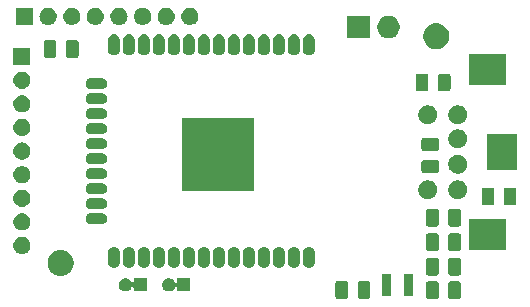
<source format=gbr>
G04 #@! TF.GenerationSoftware,KiCad,Pcbnew,(5.1.2-1)-1*
G04 #@! TF.CreationDate,2022-01-26T01:19:45+00:00*
G04 #@! TF.ProjectId,mz25key,6d7a3235-6b65-4792-9e6b-696361645f70,rev?*
G04 #@! TF.SameCoordinates,Original*
G04 #@! TF.FileFunction,Soldermask,Bot*
G04 #@! TF.FilePolarity,Negative*
%FSLAX46Y46*%
G04 Gerber Fmt 4.6, Leading zero omitted, Abs format (unit mm)*
G04 Created by KiCad (PCBNEW (5.1.2-1)-1) date 2022-01-26 01:19:45*
%MOMM*%
%LPD*%
G04 APERTURE LIST*
%ADD10C,0.100000*%
G04 APERTURE END LIST*
D10*
G36*
X92919468Y-104263565D02*
G01*
X92958138Y-104275296D01*
X92993777Y-104294346D01*
X93025017Y-104319983D01*
X93050654Y-104351223D01*
X93069704Y-104386862D01*
X93081435Y-104425532D01*
X93086000Y-104471888D01*
X93086000Y-105548112D01*
X93081435Y-105594468D01*
X93069704Y-105633138D01*
X93050654Y-105668777D01*
X93025017Y-105700017D01*
X92993777Y-105725654D01*
X92958138Y-105744704D01*
X92919468Y-105756435D01*
X92873112Y-105761000D01*
X92221888Y-105761000D01*
X92175532Y-105756435D01*
X92136862Y-105744704D01*
X92101223Y-105725654D01*
X92069983Y-105700017D01*
X92044346Y-105668777D01*
X92025296Y-105633138D01*
X92013565Y-105594468D01*
X92009000Y-105548112D01*
X92009000Y-104471888D01*
X92013565Y-104425532D01*
X92025296Y-104386862D01*
X92044346Y-104351223D01*
X92069983Y-104319983D01*
X92101223Y-104294346D01*
X92136862Y-104275296D01*
X92175532Y-104263565D01*
X92221888Y-104259000D01*
X92873112Y-104259000D01*
X92919468Y-104263565D01*
X92919468Y-104263565D01*
G37*
G36*
X91044468Y-104263565D02*
G01*
X91083138Y-104275296D01*
X91118777Y-104294346D01*
X91150017Y-104319983D01*
X91175654Y-104351223D01*
X91194704Y-104386862D01*
X91206435Y-104425532D01*
X91211000Y-104471888D01*
X91211000Y-105548112D01*
X91206435Y-105594468D01*
X91194704Y-105633138D01*
X91175654Y-105668777D01*
X91150017Y-105700017D01*
X91118777Y-105725654D01*
X91083138Y-105744704D01*
X91044468Y-105756435D01*
X90998112Y-105761000D01*
X90346888Y-105761000D01*
X90300532Y-105756435D01*
X90261862Y-105744704D01*
X90226223Y-105725654D01*
X90194983Y-105700017D01*
X90169346Y-105668777D01*
X90150296Y-105633138D01*
X90138565Y-105594468D01*
X90134000Y-105548112D01*
X90134000Y-104471888D01*
X90138565Y-104425532D01*
X90150296Y-104386862D01*
X90169346Y-104351223D01*
X90194983Y-104319983D01*
X90226223Y-104294346D01*
X90261862Y-104275296D01*
X90300532Y-104263565D01*
X90346888Y-104259000D01*
X90998112Y-104259000D01*
X91044468Y-104263565D01*
X91044468Y-104263565D01*
G37*
G36*
X83374468Y-104233565D02*
G01*
X83413138Y-104245296D01*
X83448777Y-104264346D01*
X83480017Y-104289983D01*
X83505654Y-104321223D01*
X83524704Y-104356862D01*
X83536435Y-104395532D01*
X83541000Y-104441888D01*
X83541000Y-105518112D01*
X83536435Y-105564468D01*
X83524704Y-105603138D01*
X83505654Y-105638777D01*
X83480017Y-105670017D01*
X83448777Y-105695654D01*
X83413138Y-105714704D01*
X83374468Y-105726435D01*
X83328112Y-105731000D01*
X82676888Y-105731000D01*
X82630532Y-105726435D01*
X82591862Y-105714704D01*
X82556223Y-105695654D01*
X82524983Y-105670017D01*
X82499346Y-105638777D01*
X82480296Y-105603138D01*
X82468565Y-105564468D01*
X82464000Y-105518112D01*
X82464000Y-104441888D01*
X82468565Y-104395532D01*
X82480296Y-104356862D01*
X82499346Y-104321223D01*
X82524983Y-104289983D01*
X82556223Y-104264346D01*
X82591862Y-104245296D01*
X82630532Y-104233565D01*
X82676888Y-104229000D01*
X83328112Y-104229000D01*
X83374468Y-104233565D01*
X83374468Y-104233565D01*
G37*
G36*
X85249468Y-104233565D02*
G01*
X85288138Y-104245296D01*
X85323777Y-104264346D01*
X85355017Y-104289983D01*
X85380654Y-104321223D01*
X85399704Y-104356862D01*
X85411435Y-104395532D01*
X85416000Y-104441888D01*
X85416000Y-105518112D01*
X85411435Y-105564468D01*
X85399704Y-105603138D01*
X85380654Y-105638777D01*
X85355017Y-105670017D01*
X85323777Y-105695654D01*
X85288138Y-105714704D01*
X85249468Y-105726435D01*
X85203112Y-105731000D01*
X84551888Y-105731000D01*
X84505532Y-105726435D01*
X84466862Y-105714704D01*
X84431223Y-105695654D01*
X84399983Y-105670017D01*
X84374346Y-105638777D01*
X84355296Y-105603138D01*
X84343565Y-105564468D01*
X84339000Y-105518112D01*
X84339000Y-104441888D01*
X84343565Y-104395532D01*
X84355296Y-104356862D01*
X84374346Y-104321223D01*
X84399983Y-104289983D01*
X84431223Y-104264346D01*
X84466862Y-104245296D01*
X84505532Y-104233565D01*
X84551888Y-104229000D01*
X85203112Y-104229000D01*
X85249468Y-104233565D01*
X85249468Y-104233565D01*
G37*
G36*
X89066000Y-105471000D02*
G01*
X88314000Y-105471000D01*
X88314000Y-103669000D01*
X89066000Y-103669000D01*
X89066000Y-105471000D01*
X89066000Y-105471000D01*
G37*
G36*
X87166000Y-105471000D02*
G01*
X86414000Y-105471000D01*
X86414000Y-103669000D01*
X87166000Y-103669000D01*
X87166000Y-105471000D01*
X87166000Y-105471000D01*
G37*
G36*
X68478015Y-104016973D02*
G01*
X68581879Y-104048479D01*
X68609055Y-104063005D01*
X68677600Y-104099643D01*
X68761501Y-104168499D01*
X68830356Y-104252400D01*
X68853764Y-104296193D01*
X68867375Y-104316563D01*
X68884702Y-104333890D01*
X68905076Y-104347504D01*
X68927715Y-104356881D01*
X68951748Y-104361662D01*
X68976252Y-104361662D01*
X69000286Y-104356882D01*
X69022924Y-104347505D01*
X69043299Y-104333891D01*
X69060626Y-104316564D01*
X69074240Y-104296190D01*
X69083617Y-104273551D01*
X69088398Y-104249518D01*
X69089000Y-104237265D01*
X69089000Y-104009000D01*
X70191000Y-104009000D01*
X70191000Y-105111000D01*
X69089000Y-105111000D01*
X69089000Y-104882735D01*
X69086598Y-104858349D01*
X69079485Y-104834900D01*
X69067934Y-104813289D01*
X69052389Y-104794347D01*
X69033447Y-104778802D01*
X69011836Y-104767251D01*
X68988387Y-104760138D01*
X68964001Y-104757736D01*
X68939615Y-104760138D01*
X68916166Y-104767251D01*
X68894555Y-104778802D01*
X68875613Y-104794347D01*
X68860068Y-104813289D01*
X68853767Y-104823802D01*
X68830356Y-104867600D01*
X68830355Y-104867601D01*
X68761501Y-104951501D01*
X68677600Y-105020357D01*
X68609055Y-105056995D01*
X68581879Y-105071521D01*
X68478015Y-105103027D01*
X68397067Y-105111000D01*
X68342933Y-105111000D01*
X68261985Y-105103027D01*
X68158121Y-105071521D01*
X68130945Y-105056995D01*
X68062400Y-105020357D01*
X67978499Y-104951501D01*
X67909643Y-104867600D01*
X67870489Y-104794347D01*
X67858479Y-104771879D01*
X67826973Y-104668015D01*
X67816334Y-104560000D01*
X67826973Y-104451985D01*
X67858479Y-104348121D01*
X67895161Y-104279495D01*
X67909643Y-104252400D01*
X67978499Y-104168499D01*
X68062400Y-104099643D01*
X68130945Y-104063005D01*
X68158121Y-104048479D01*
X68261985Y-104016973D01*
X68342933Y-104009000D01*
X68397067Y-104009000D01*
X68478015Y-104016973D01*
X68478015Y-104016973D01*
G37*
G36*
X64778015Y-104016973D02*
G01*
X64881879Y-104048479D01*
X64909055Y-104063005D01*
X64977600Y-104099643D01*
X65061501Y-104168499D01*
X65130356Y-104252400D01*
X65153764Y-104296193D01*
X65167375Y-104316563D01*
X65184702Y-104333890D01*
X65205076Y-104347504D01*
X65227715Y-104356881D01*
X65251748Y-104361662D01*
X65276252Y-104361662D01*
X65300286Y-104356882D01*
X65322924Y-104347505D01*
X65343299Y-104333891D01*
X65360626Y-104316564D01*
X65374240Y-104296190D01*
X65383617Y-104273551D01*
X65388398Y-104249518D01*
X65389000Y-104237265D01*
X65389000Y-104009000D01*
X66491000Y-104009000D01*
X66491000Y-105111000D01*
X65389000Y-105111000D01*
X65389000Y-104882735D01*
X65386598Y-104858349D01*
X65379485Y-104834900D01*
X65367934Y-104813289D01*
X65352389Y-104794347D01*
X65333447Y-104778802D01*
X65311836Y-104767251D01*
X65288387Y-104760138D01*
X65264001Y-104757736D01*
X65239615Y-104760138D01*
X65216166Y-104767251D01*
X65194555Y-104778802D01*
X65175613Y-104794347D01*
X65160068Y-104813289D01*
X65153767Y-104823802D01*
X65130356Y-104867600D01*
X65130355Y-104867601D01*
X65061501Y-104951501D01*
X64977600Y-105020357D01*
X64909055Y-105056995D01*
X64881879Y-105071521D01*
X64778015Y-105103027D01*
X64697067Y-105111000D01*
X64642933Y-105111000D01*
X64561985Y-105103027D01*
X64458121Y-105071521D01*
X64430945Y-105056995D01*
X64362400Y-105020357D01*
X64278499Y-104951501D01*
X64209643Y-104867600D01*
X64170489Y-104794347D01*
X64158479Y-104771879D01*
X64126973Y-104668015D01*
X64116334Y-104560000D01*
X64126973Y-104451985D01*
X64158479Y-104348121D01*
X64195161Y-104279495D01*
X64209643Y-104252400D01*
X64278499Y-104168499D01*
X64362400Y-104099643D01*
X64430945Y-104063005D01*
X64458121Y-104048479D01*
X64561985Y-104016973D01*
X64642933Y-104009000D01*
X64697067Y-104009000D01*
X64778015Y-104016973D01*
X64778015Y-104016973D01*
G37*
G36*
X59414795Y-101620156D02*
G01*
X59521150Y-101641311D01*
X59615772Y-101680505D01*
X59721520Y-101724307D01*
X59901844Y-101844795D01*
X60055205Y-101998156D01*
X60175693Y-102178480D01*
X60175693Y-102178481D01*
X60251388Y-102361223D01*
X60258689Y-102378851D01*
X60301000Y-102591560D01*
X60301000Y-102808440D01*
X60300162Y-102812651D01*
X60258689Y-103021150D01*
X60251468Y-103038582D01*
X60175693Y-103221520D01*
X60055205Y-103401844D01*
X59901844Y-103555205D01*
X59721520Y-103675693D01*
X59638654Y-103710017D01*
X59521150Y-103758689D01*
X59414794Y-103779845D01*
X59308440Y-103801000D01*
X59091560Y-103801000D01*
X58985206Y-103779845D01*
X58878850Y-103758689D01*
X58761346Y-103710017D01*
X58678480Y-103675693D01*
X58498156Y-103555205D01*
X58344795Y-103401844D01*
X58224307Y-103221520D01*
X58148532Y-103038582D01*
X58141311Y-103021150D01*
X58099838Y-102812651D01*
X58099000Y-102808440D01*
X58099000Y-102591560D01*
X58141311Y-102378851D01*
X58148613Y-102361223D01*
X58224307Y-102178481D01*
X58224307Y-102178480D01*
X58344795Y-101998156D01*
X58498156Y-101844795D01*
X58678480Y-101724307D01*
X58784228Y-101680505D01*
X58878850Y-101641311D01*
X58985205Y-101620156D01*
X59091560Y-101599000D01*
X59308440Y-101599000D01*
X59414795Y-101620156D01*
X59414795Y-101620156D01*
G37*
G36*
X92929468Y-102273565D02*
G01*
X92968138Y-102285296D01*
X93003777Y-102304346D01*
X93035017Y-102329983D01*
X93060654Y-102361223D01*
X93079704Y-102396862D01*
X93091435Y-102435532D01*
X93096000Y-102481888D01*
X93096000Y-103558112D01*
X93091435Y-103604468D01*
X93079704Y-103643138D01*
X93060654Y-103678777D01*
X93035017Y-103710017D01*
X93003777Y-103735654D01*
X92968138Y-103754704D01*
X92929468Y-103766435D01*
X92883112Y-103771000D01*
X92231888Y-103771000D01*
X92185532Y-103766435D01*
X92146862Y-103754704D01*
X92111223Y-103735654D01*
X92079983Y-103710017D01*
X92054346Y-103678777D01*
X92035296Y-103643138D01*
X92023565Y-103604468D01*
X92019000Y-103558112D01*
X92019000Y-102481888D01*
X92023565Y-102435532D01*
X92035296Y-102396862D01*
X92054346Y-102361223D01*
X92079983Y-102329983D01*
X92111223Y-102304346D01*
X92146862Y-102285296D01*
X92185532Y-102273565D01*
X92231888Y-102269000D01*
X92883112Y-102269000D01*
X92929468Y-102273565D01*
X92929468Y-102273565D01*
G37*
G36*
X91054468Y-102273565D02*
G01*
X91093138Y-102285296D01*
X91128777Y-102304346D01*
X91160017Y-102329983D01*
X91185654Y-102361223D01*
X91204704Y-102396862D01*
X91216435Y-102435532D01*
X91221000Y-102481888D01*
X91221000Y-103558112D01*
X91216435Y-103604468D01*
X91204704Y-103643138D01*
X91185654Y-103678777D01*
X91160017Y-103710017D01*
X91128777Y-103735654D01*
X91093138Y-103754704D01*
X91054468Y-103766435D01*
X91008112Y-103771000D01*
X90356888Y-103771000D01*
X90310532Y-103766435D01*
X90271862Y-103754704D01*
X90236223Y-103735654D01*
X90204983Y-103710017D01*
X90179346Y-103678777D01*
X90160296Y-103643138D01*
X90148565Y-103604468D01*
X90144000Y-103558112D01*
X90144000Y-102481888D01*
X90148565Y-102435532D01*
X90160296Y-102396862D01*
X90179346Y-102361223D01*
X90204983Y-102329983D01*
X90236223Y-102304346D01*
X90271862Y-102285296D01*
X90310532Y-102273565D01*
X90356888Y-102269000D01*
X91008112Y-102269000D01*
X91054468Y-102273565D01*
X91054468Y-102273565D01*
G37*
G36*
X80328213Y-101326249D02*
G01*
X80422652Y-101354897D01*
X80509687Y-101401418D01*
X80585975Y-101464025D01*
X80648582Y-101540313D01*
X80695103Y-101627348D01*
X80723751Y-101721787D01*
X80731000Y-101795388D01*
X80731000Y-102644612D01*
X80723751Y-102718213D01*
X80695103Y-102812652D01*
X80648582Y-102899687D01*
X80585975Y-102975975D01*
X80509687Y-103038582D01*
X80422651Y-103085103D01*
X80328212Y-103113751D01*
X80230000Y-103123424D01*
X80131787Y-103113751D01*
X80037348Y-103085103D01*
X79950313Y-103038582D01*
X79874025Y-102975975D01*
X79811418Y-102899687D01*
X79764897Y-102812651D01*
X79736249Y-102718212D01*
X79729000Y-102644611D01*
X79729000Y-101795398D01*
X79736250Y-101721786D01*
X79756321Y-101655623D01*
X79764898Y-101627348D01*
X79811419Y-101540313D01*
X79874026Y-101464025D01*
X79950314Y-101401418D01*
X80037349Y-101354897D01*
X80131788Y-101326249D01*
X80230000Y-101316576D01*
X80328213Y-101326249D01*
X80328213Y-101326249D01*
G37*
G36*
X79058213Y-101326249D02*
G01*
X79152652Y-101354897D01*
X79239687Y-101401418D01*
X79315975Y-101464025D01*
X79378582Y-101540313D01*
X79425103Y-101627348D01*
X79453751Y-101721787D01*
X79461000Y-101795388D01*
X79461000Y-102644612D01*
X79453751Y-102718213D01*
X79425103Y-102812652D01*
X79378582Y-102899687D01*
X79315975Y-102975975D01*
X79239687Y-103038582D01*
X79152651Y-103085103D01*
X79058212Y-103113751D01*
X78960000Y-103123424D01*
X78861787Y-103113751D01*
X78767348Y-103085103D01*
X78680313Y-103038582D01*
X78604025Y-102975975D01*
X78541418Y-102899687D01*
X78494897Y-102812651D01*
X78466249Y-102718212D01*
X78459000Y-102644611D01*
X78459000Y-101795398D01*
X78466250Y-101721786D01*
X78486321Y-101655623D01*
X78494898Y-101627348D01*
X78541419Y-101540313D01*
X78604026Y-101464025D01*
X78680314Y-101401418D01*
X78767349Y-101354897D01*
X78861788Y-101326249D01*
X78960000Y-101316576D01*
X79058213Y-101326249D01*
X79058213Y-101326249D01*
G37*
G36*
X77788213Y-101326249D02*
G01*
X77882652Y-101354897D01*
X77969687Y-101401418D01*
X78045975Y-101464025D01*
X78108582Y-101540313D01*
X78155103Y-101627348D01*
X78183751Y-101721787D01*
X78191000Y-101795388D01*
X78191000Y-102644612D01*
X78183751Y-102718213D01*
X78155103Y-102812652D01*
X78108582Y-102899687D01*
X78045975Y-102975975D01*
X77969687Y-103038582D01*
X77882651Y-103085103D01*
X77788212Y-103113751D01*
X77690000Y-103123424D01*
X77591787Y-103113751D01*
X77497348Y-103085103D01*
X77410313Y-103038582D01*
X77334025Y-102975975D01*
X77271418Y-102899687D01*
X77224897Y-102812651D01*
X77196249Y-102718212D01*
X77189000Y-102644611D01*
X77189000Y-101795398D01*
X77196250Y-101721786D01*
X77216321Y-101655623D01*
X77224898Y-101627348D01*
X77271419Y-101540313D01*
X77334026Y-101464025D01*
X77410314Y-101401418D01*
X77497349Y-101354897D01*
X77591788Y-101326249D01*
X77690000Y-101316576D01*
X77788213Y-101326249D01*
X77788213Y-101326249D01*
G37*
G36*
X76518213Y-101326249D02*
G01*
X76612652Y-101354897D01*
X76699687Y-101401418D01*
X76775975Y-101464025D01*
X76838582Y-101540313D01*
X76885103Y-101627348D01*
X76913751Y-101721787D01*
X76921000Y-101795388D01*
X76921000Y-102644612D01*
X76913751Y-102718213D01*
X76885103Y-102812652D01*
X76838582Y-102899687D01*
X76775975Y-102975975D01*
X76699687Y-103038582D01*
X76612651Y-103085103D01*
X76518212Y-103113751D01*
X76420000Y-103123424D01*
X76321787Y-103113751D01*
X76227348Y-103085103D01*
X76140313Y-103038582D01*
X76064025Y-102975975D01*
X76001418Y-102899687D01*
X75954897Y-102812651D01*
X75926249Y-102718212D01*
X75919000Y-102644611D01*
X75919000Y-101795398D01*
X75926250Y-101721786D01*
X75946321Y-101655623D01*
X75954898Y-101627348D01*
X76001419Y-101540313D01*
X76064026Y-101464025D01*
X76140314Y-101401418D01*
X76227349Y-101354897D01*
X76321788Y-101326249D01*
X76420000Y-101316576D01*
X76518213Y-101326249D01*
X76518213Y-101326249D01*
G37*
G36*
X75248213Y-101326249D02*
G01*
X75342652Y-101354897D01*
X75429687Y-101401418D01*
X75505975Y-101464025D01*
X75568582Y-101540313D01*
X75615103Y-101627348D01*
X75643751Y-101721787D01*
X75651000Y-101795388D01*
X75651000Y-102644612D01*
X75643751Y-102718213D01*
X75615103Y-102812652D01*
X75568582Y-102899687D01*
X75505975Y-102975975D01*
X75429687Y-103038582D01*
X75342651Y-103085103D01*
X75248212Y-103113751D01*
X75150000Y-103123424D01*
X75051787Y-103113751D01*
X74957348Y-103085103D01*
X74870313Y-103038582D01*
X74794025Y-102975975D01*
X74731418Y-102899687D01*
X74684897Y-102812651D01*
X74656249Y-102718212D01*
X74649000Y-102644611D01*
X74649000Y-101795398D01*
X74656250Y-101721786D01*
X74676321Y-101655623D01*
X74684898Y-101627348D01*
X74731419Y-101540313D01*
X74794026Y-101464025D01*
X74870314Y-101401418D01*
X74957349Y-101354897D01*
X75051788Y-101326249D01*
X75150000Y-101316576D01*
X75248213Y-101326249D01*
X75248213Y-101326249D01*
G37*
G36*
X73978213Y-101326249D02*
G01*
X74072652Y-101354897D01*
X74159687Y-101401418D01*
X74235975Y-101464025D01*
X74298582Y-101540313D01*
X74345103Y-101627348D01*
X74373751Y-101721787D01*
X74381000Y-101795388D01*
X74381000Y-102644612D01*
X74373751Y-102718213D01*
X74345103Y-102812652D01*
X74298582Y-102899687D01*
X74235975Y-102975975D01*
X74159687Y-103038582D01*
X74072651Y-103085103D01*
X73978212Y-103113751D01*
X73880000Y-103123424D01*
X73781787Y-103113751D01*
X73687348Y-103085103D01*
X73600313Y-103038582D01*
X73524025Y-102975975D01*
X73461418Y-102899687D01*
X73414897Y-102812651D01*
X73386249Y-102718212D01*
X73379000Y-102644611D01*
X73379000Y-101795398D01*
X73386250Y-101721786D01*
X73406321Y-101655623D01*
X73414898Y-101627348D01*
X73461419Y-101540313D01*
X73524026Y-101464025D01*
X73600314Y-101401418D01*
X73687349Y-101354897D01*
X73781788Y-101326249D01*
X73880000Y-101316576D01*
X73978213Y-101326249D01*
X73978213Y-101326249D01*
G37*
G36*
X72708213Y-101326249D02*
G01*
X72802652Y-101354897D01*
X72889687Y-101401418D01*
X72965975Y-101464025D01*
X73028582Y-101540313D01*
X73075103Y-101627348D01*
X73103751Y-101721787D01*
X73111000Y-101795388D01*
X73111000Y-102644612D01*
X73103751Y-102718213D01*
X73075103Y-102812652D01*
X73028582Y-102899687D01*
X72965975Y-102975975D01*
X72889687Y-103038582D01*
X72802651Y-103085103D01*
X72708212Y-103113751D01*
X72610000Y-103123424D01*
X72511787Y-103113751D01*
X72417348Y-103085103D01*
X72330313Y-103038582D01*
X72254025Y-102975975D01*
X72191418Y-102899687D01*
X72144897Y-102812651D01*
X72116249Y-102718212D01*
X72109000Y-102644611D01*
X72109000Y-101795398D01*
X72116250Y-101721786D01*
X72136321Y-101655623D01*
X72144898Y-101627348D01*
X72191419Y-101540313D01*
X72254026Y-101464025D01*
X72330314Y-101401418D01*
X72417349Y-101354897D01*
X72511788Y-101326249D01*
X72610000Y-101316576D01*
X72708213Y-101326249D01*
X72708213Y-101326249D01*
G37*
G36*
X71438213Y-101326249D02*
G01*
X71532652Y-101354897D01*
X71619687Y-101401418D01*
X71695975Y-101464025D01*
X71758582Y-101540313D01*
X71805103Y-101627348D01*
X71833751Y-101721787D01*
X71841000Y-101795388D01*
X71841000Y-102644612D01*
X71833751Y-102718213D01*
X71805103Y-102812652D01*
X71758582Y-102899687D01*
X71695975Y-102975975D01*
X71619687Y-103038582D01*
X71532651Y-103085103D01*
X71438212Y-103113751D01*
X71340000Y-103123424D01*
X71241787Y-103113751D01*
X71147348Y-103085103D01*
X71060313Y-103038582D01*
X70984025Y-102975975D01*
X70921418Y-102899687D01*
X70874897Y-102812651D01*
X70846249Y-102718212D01*
X70839000Y-102644611D01*
X70839000Y-101795398D01*
X70846250Y-101721786D01*
X70866321Y-101655623D01*
X70874898Y-101627348D01*
X70921419Y-101540313D01*
X70984026Y-101464025D01*
X71060314Y-101401418D01*
X71147349Y-101354897D01*
X71241788Y-101326249D01*
X71340000Y-101316576D01*
X71438213Y-101326249D01*
X71438213Y-101326249D01*
G37*
G36*
X70168213Y-101326249D02*
G01*
X70262652Y-101354897D01*
X70349687Y-101401418D01*
X70425975Y-101464025D01*
X70488582Y-101540313D01*
X70535103Y-101627348D01*
X70563751Y-101721787D01*
X70571000Y-101795388D01*
X70571000Y-102644612D01*
X70563751Y-102718213D01*
X70535103Y-102812652D01*
X70488582Y-102899687D01*
X70425975Y-102975975D01*
X70349687Y-103038582D01*
X70262651Y-103085103D01*
X70168212Y-103113751D01*
X70070000Y-103123424D01*
X69971787Y-103113751D01*
X69877348Y-103085103D01*
X69790313Y-103038582D01*
X69714025Y-102975975D01*
X69651418Y-102899687D01*
X69604897Y-102812651D01*
X69576249Y-102718212D01*
X69569000Y-102644611D01*
X69569000Y-101795398D01*
X69576250Y-101721786D01*
X69596321Y-101655623D01*
X69604898Y-101627348D01*
X69651419Y-101540313D01*
X69714026Y-101464025D01*
X69790314Y-101401418D01*
X69877349Y-101354897D01*
X69971788Y-101326249D01*
X70070000Y-101316576D01*
X70168213Y-101326249D01*
X70168213Y-101326249D01*
G37*
G36*
X68898213Y-101326249D02*
G01*
X68992652Y-101354897D01*
X69079687Y-101401418D01*
X69155975Y-101464025D01*
X69218582Y-101540313D01*
X69265103Y-101627348D01*
X69293751Y-101721787D01*
X69301000Y-101795388D01*
X69301000Y-102644612D01*
X69293751Y-102718213D01*
X69265103Y-102812652D01*
X69218582Y-102899687D01*
X69155975Y-102975975D01*
X69079687Y-103038582D01*
X68992651Y-103085103D01*
X68898212Y-103113751D01*
X68800000Y-103123424D01*
X68701787Y-103113751D01*
X68607348Y-103085103D01*
X68520313Y-103038582D01*
X68444025Y-102975975D01*
X68381418Y-102899687D01*
X68334897Y-102812651D01*
X68306249Y-102718212D01*
X68299000Y-102644611D01*
X68299000Y-101795398D01*
X68306250Y-101721786D01*
X68326321Y-101655623D01*
X68334898Y-101627348D01*
X68381419Y-101540313D01*
X68444026Y-101464025D01*
X68520314Y-101401418D01*
X68607349Y-101354897D01*
X68701788Y-101326249D01*
X68800000Y-101316576D01*
X68898213Y-101326249D01*
X68898213Y-101326249D01*
G37*
G36*
X67628213Y-101326249D02*
G01*
X67722652Y-101354897D01*
X67809687Y-101401418D01*
X67885975Y-101464025D01*
X67948582Y-101540313D01*
X67995103Y-101627348D01*
X68023751Y-101721787D01*
X68031000Y-101795388D01*
X68031000Y-102644612D01*
X68023751Y-102718213D01*
X67995103Y-102812652D01*
X67948582Y-102899687D01*
X67885975Y-102975975D01*
X67809687Y-103038582D01*
X67722651Y-103085103D01*
X67628212Y-103113751D01*
X67530000Y-103123424D01*
X67431787Y-103113751D01*
X67337348Y-103085103D01*
X67250313Y-103038582D01*
X67174025Y-102975975D01*
X67111418Y-102899687D01*
X67064897Y-102812651D01*
X67036249Y-102718212D01*
X67029000Y-102644611D01*
X67029000Y-101795398D01*
X67036250Y-101721786D01*
X67056321Y-101655623D01*
X67064898Y-101627348D01*
X67111419Y-101540313D01*
X67174026Y-101464025D01*
X67250314Y-101401418D01*
X67337349Y-101354897D01*
X67431788Y-101326249D01*
X67530000Y-101316576D01*
X67628213Y-101326249D01*
X67628213Y-101326249D01*
G37*
G36*
X66358213Y-101326249D02*
G01*
X66452652Y-101354897D01*
X66539687Y-101401418D01*
X66615975Y-101464025D01*
X66678582Y-101540313D01*
X66725103Y-101627348D01*
X66753751Y-101721787D01*
X66761000Y-101795388D01*
X66761000Y-102644612D01*
X66753751Y-102718213D01*
X66725103Y-102812652D01*
X66678582Y-102899687D01*
X66615975Y-102975975D01*
X66539687Y-103038582D01*
X66452651Y-103085103D01*
X66358212Y-103113751D01*
X66260000Y-103123424D01*
X66161787Y-103113751D01*
X66067348Y-103085103D01*
X65980313Y-103038582D01*
X65904025Y-102975975D01*
X65841418Y-102899687D01*
X65794897Y-102812651D01*
X65766249Y-102718212D01*
X65759000Y-102644611D01*
X65759000Y-101795398D01*
X65766250Y-101721786D01*
X65786321Y-101655623D01*
X65794898Y-101627348D01*
X65841419Y-101540313D01*
X65904026Y-101464025D01*
X65980314Y-101401418D01*
X66067349Y-101354897D01*
X66161788Y-101326249D01*
X66260000Y-101316576D01*
X66358213Y-101326249D01*
X66358213Y-101326249D01*
G37*
G36*
X65088213Y-101326249D02*
G01*
X65182652Y-101354897D01*
X65269687Y-101401418D01*
X65345975Y-101464025D01*
X65408582Y-101540313D01*
X65455103Y-101627348D01*
X65483751Y-101721787D01*
X65491000Y-101795388D01*
X65491000Y-102644612D01*
X65483751Y-102718213D01*
X65455103Y-102812652D01*
X65408582Y-102899687D01*
X65345975Y-102975975D01*
X65269687Y-103038582D01*
X65182651Y-103085103D01*
X65088212Y-103113751D01*
X64990000Y-103123424D01*
X64891787Y-103113751D01*
X64797348Y-103085103D01*
X64710313Y-103038582D01*
X64634025Y-102975975D01*
X64571418Y-102899687D01*
X64524897Y-102812651D01*
X64496249Y-102718212D01*
X64489000Y-102644611D01*
X64489000Y-101795398D01*
X64496250Y-101721786D01*
X64516321Y-101655623D01*
X64524898Y-101627348D01*
X64571419Y-101540313D01*
X64634026Y-101464025D01*
X64710314Y-101401418D01*
X64797349Y-101354897D01*
X64891788Y-101326249D01*
X64990000Y-101316576D01*
X65088213Y-101326249D01*
X65088213Y-101326249D01*
G37*
G36*
X63818213Y-101326249D02*
G01*
X63912652Y-101354897D01*
X63999687Y-101401418D01*
X64075975Y-101464025D01*
X64138582Y-101540313D01*
X64185103Y-101627348D01*
X64213751Y-101721787D01*
X64221000Y-101795388D01*
X64221000Y-102644612D01*
X64213751Y-102718213D01*
X64185103Y-102812652D01*
X64138582Y-102899687D01*
X64075975Y-102975975D01*
X63999687Y-103038582D01*
X63912651Y-103085103D01*
X63818212Y-103113751D01*
X63720000Y-103123424D01*
X63621787Y-103113751D01*
X63527348Y-103085103D01*
X63440313Y-103038582D01*
X63364025Y-102975975D01*
X63301418Y-102899687D01*
X63254897Y-102812651D01*
X63226249Y-102718212D01*
X63219000Y-102644611D01*
X63219000Y-101795398D01*
X63226250Y-101721786D01*
X63246321Y-101655623D01*
X63254898Y-101627348D01*
X63301419Y-101540313D01*
X63364026Y-101464025D01*
X63440314Y-101401418D01*
X63527349Y-101354897D01*
X63621788Y-101326249D01*
X63720000Y-101316576D01*
X63818213Y-101326249D01*
X63818213Y-101326249D01*
G37*
G36*
X55991213Y-100497502D02*
G01*
X56062321Y-100504505D01*
X56199172Y-100546019D01*
X56199175Y-100546020D01*
X56325294Y-100613432D01*
X56435843Y-100704157D01*
X56526568Y-100814706D01*
X56593980Y-100940825D01*
X56593981Y-100940828D01*
X56635495Y-101077679D01*
X56649512Y-101220000D01*
X56635495Y-101362321D01*
X56598499Y-101484278D01*
X56593980Y-101499175D01*
X56526568Y-101625294D01*
X56435843Y-101735843D01*
X56325294Y-101826568D01*
X56199175Y-101893980D01*
X56199172Y-101893981D01*
X56062321Y-101935495D01*
X55991213Y-101942498D01*
X55955660Y-101946000D01*
X55884340Y-101946000D01*
X55848787Y-101942498D01*
X55777679Y-101935495D01*
X55640828Y-101893981D01*
X55640825Y-101893980D01*
X55514706Y-101826568D01*
X55404157Y-101735843D01*
X55313432Y-101625294D01*
X55246020Y-101499175D01*
X55241501Y-101484278D01*
X55204505Y-101362321D01*
X55190488Y-101220000D01*
X55204505Y-101077679D01*
X55246019Y-100940828D01*
X55246020Y-100940825D01*
X55313432Y-100814706D01*
X55404157Y-100704157D01*
X55514706Y-100613432D01*
X55640825Y-100546020D01*
X55640828Y-100546019D01*
X55777679Y-100504505D01*
X55848787Y-100497502D01*
X55884340Y-100494000D01*
X55955660Y-100494000D01*
X55991213Y-100497502D01*
X55991213Y-100497502D01*
G37*
G36*
X92929468Y-100203565D02*
G01*
X92968138Y-100215296D01*
X93003777Y-100234346D01*
X93035017Y-100259983D01*
X93060654Y-100291223D01*
X93079704Y-100326862D01*
X93091435Y-100365532D01*
X93096000Y-100411888D01*
X93096000Y-101488112D01*
X93091435Y-101534468D01*
X93079704Y-101573138D01*
X93060654Y-101608777D01*
X93035017Y-101640017D01*
X93003777Y-101665654D01*
X92968138Y-101684704D01*
X92929468Y-101696435D01*
X92883112Y-101701000D01*
X92231888Y-101701000D01*
X92185532Y-101696435D01*
X92146862Y-101684704D01*
X92111223Y-101665654D01*
X92079983Y-101640017D01*
X92054346Y-101608777D01*
X92035296Y-101573138D01*
X92023565Y-101534468D01*
X92019000Y-101488112D01*
X92019000Y-100411888D01*
X92023565Y-100365532D01*
X92035296Y-100326862D01*
X92054346Y-100291223D01*
X92079983Y-100259983D01*
X92111223Y-100234346D01*
X92146862Y-100215296D01*
X92185532Y-100203565D01*
X92231888Y-100199000D01*
X92883112Y-100199000D01*
X92929468Y-100203565D01*
X92929468Y-100203565D01*
G37*
G36*
X91054468Y-100203565D02*
G01*
X91093138Y-100215296D01*
X91128777Y-100234346D01*
X91160017Y-100259983D01*
X91185654Y-100291223D01*
X91204704Y-100326862D01*
X91216435Y-100365532D01*
X91221000Y-100411888D01*
X91221000Y-101488112D01*
X91216435Y-101534468D01*
X91204704Y-101573138D01*
X91185654Y-101608777D01*
X91160017Y-101640017D01*
X91128777Y-101665654D01*
X91093138Y-101684704D01*
X91054468Y-101696435D01*
X91008112Y-101701000D01*
X90356888Y-101701000D01*
X90310532Y-101696435D01*
X90271862Y-101684704D01*
X90236223Y-101665654D01*
X90204983Y-101640017D01*
X90179346Y-101608777D01*
X90160296Y-101573138D01*
X90148565Y-101534468D01*
X90144000Y-101488112D01*
X90144000Y-100411888D01*
X90148565Y-100365532D01*
X90160296Y-100326862D01*
X90179346Y-100291223D01*
X90204983Y-100259983D01*
X90236223Y-100234346D01*
X90271862Y-100215296D01*
X90310532Y-100203565D01*
X90356888Y-100199000D01*
X91008112Y-100199000D01*
X91054468Y-100203565D01*
X91054468Y-100203565D01*
G37*
G36*
X96911000Y-101606000D02*
G01*
X93809000Y-101606000D01*
X93809000Y-99004000D01*
X96911000Y-99004000D01*
X96911000Y-101606000D01*
X96911000Y-101606000D01*
G37*
G36*
X55991213Y-98497502D02*
G01*
X56062321Y-98504505D01*
X56199172Y-98546019D01*
X56199175Y-98546020D01*
X56325294Y-98613432D01*
X56435843Y-98704157D01*
X56526568Y-98814706D01*
X56593980Y-98940825D01*
X56593981Y-98940828D01*
X56635495Y-99077679D01*
X56649512Y-99220000D01*
X56635495Y-99362321D01*
X56615343Y-99428751D01*
X56593980Y-99499175D01*
X56526568Y-99625294D01*
X56435843Y-99735843D01*
X56325294Y-99826568D01*
X56199175Y-99893980D01*
X56199172Y-99893981D01*
X56062321Y-99935495D01*
X55991213Y-99942498D01*
X55955660Y-99946000D01*
X55884340Y-99946000D01*
X55848787Y-99942498D01*
X55777679Y-99935495D01*
X55640828Y-99893981D01*
X55640825Y-99893980D01*
X55514706Y-99826568D01*
X55404157Y-99735843D01*
X55313432Y-99625294D01*
X55246020Y-99499175D01*
X55224657Y-99428751D01*
X55204505Y-99362321D01*
X55190488Y-99220000D01*
X55204505Y-99077679D01*
X55246019Y-98940828D01*
X55246020Y-98940825D01*
X55313432Y-98814706D01*
X55404157Y-98704157D01*
X55514706Y-98613432D01*
X55640825Y-98546020D01*
X55640828Y-98546019D01*
X55777679Y-98504505D01*
X55848787Y-98497502D01*
X55884340Y-98494000D01*
X55955660Y-98494000D01*
X55991213Y-98497502D01*
X55991213Y-98497502D01*
G37*
G36*
X91054468Y-98123565D02*
G01*
X91093138Y-98135296D01*
X91128777Y-98154346D01*
X91160017Y-98179983D01*
X91185654Y-98211223D01*
X91204704Y-98246862D01*
X91216435Y-98285532D01*
X91221000Y-98331888D01*
X91221000Y-99408112D01*
X91216435Y-99454468D01*
X91204704Y-99493138D01*
X91185654Y-99528777D01*
X91160017Y-99560017D01*
X91128777Y-99585654D01*
X91093138Y-99604704D01*
X91054468Y-99616435D01*
X91008112Y-99621000D01*
X90356888Y-99621000D01*
X90310532Y-99616435D01*
X90271862Y-99604704D01*
X90236223Y-99585654D01*
X90204983Y-99560017D01*
X90179346Y-99528777D01*
X90160296Y-99493138D01*
X90148565Y-99454468D01*
X90144000Y-99408112D01*
X90144000Y-98331888D01*
X90148565Y-98285532D01*
X90160296Y-98246862D01*
X90179346Y-98211223D01*
X90204983Y-98179983D01*
X90236223Y-98154346D01*
X90271862Y-98135296D01*
X90310532Y-98123565D01*
X90356888Y-98119000D01*
X91008112Y-98119000D01*
X91054468Y-98123565D01*
X91054468Y-98123565D01*
G37*
G36*
X92929468Y-98123565D02*
G01*
X92968138Y-98135296D01*
X93003777Y-98154346D01*
X93035017Y-98179983D01*
X93060654Y-98211223D01*
X93079704Y-98246862D01*
X93091435Y-98285532D01*
X93096000Y-98331888D01*
X93096000Y-99408112D01*
X93091435Y-99454468D01*
X93079704Y-99493138D01*
X93060654Y-99528777D01*
X93035017Y-99560017D01*
X93003777Y-99585654D01*
X92968138Y-99604704D01*
X92929468Y-99616435D01*
X92883112Y-99621000D01*
X92231888Y-99621000D01*
X92185532Y-99616435D01*
X92146862Y-99604704D01*
X92111223Y-99585654D01*
X92079983Y-99560017D01*
X92054346Y-99528777D01*
X92035296Y-99493138D01*
X92023565Y-99454468D01*
X92019000Y-99408112D01*
X92019000Y-98331888D01*
X92023565Y-98285532D01*
X92035296Y-98246862D01*
X92054346Y-98211223D01*
X92079983Y-98179983D01*
X92111223Y-98154346D01*
X92146862Y-98135296D01*
X92185532Y-98123565D01*
X92231888Y-98119000D01*
X92883112Y-98119000D01*
X92929468Y-98123565D01*
X92929468Y-98123565D01*
G37*
G36*
X62728213Y-98441249D02*
G01*
X62822652Y-98469897D01*
X62909687Y-98516418D01*
X62985975Y-98579025D01*
X63048582Y-98655313D01*
X63095103Y-98742348D01*
X63123751Y-98836787D01*
X63133424Y-98935000D01*
X63123751Y-99033213D01*
X63095103Y-99127652D01*
X63048582Y-99214687D01*
X62985975Y-99290975D01*
X62909687Y-99353582D01*
X62822652Y-99400103D01*
X62728213Y-99428751D01*
X62654612Y-99436000D01*
X61805388Y-99436000D01*
X61731787Y-99428751D01*
X61637348Y-99400103D01*
X61550313Y-99353582D01*
X61474025Y-99290975D01*
X61411418Y-99214687D01*
X61364897Y-99127652D01*
X61336249Y-99033213D01*
X61326576Y-98935000D01*
X61336249Y-98836787D01*
X61364897Y-98742348D01*
X61411418Y-98655313D01*
X61474025Y-98579025D01*
X61550313Y-98516418D01*
X61637348Y-98469897D01*
X61731787Y-98441249D01*
X61805388Y-98434000D01*
X62654612Y-98434000D01*
X62728213Y-98441249D01*
X62728213Y-98441249D01*
G37*
G36*
X62728213Y-97171249D02*
G01*
X62822652Y-97199897D01*
X62909687Y-97246418D01*
X62985975Y-97309025D01*
X63048582Y-97385313D01*
X63095103Y-97472348D01*
X63123751Y-97566787D01*
X63133424Y-97665000D01*
X63123751Y-97763213D01*
X63095103Y-97857652D01*
X63048582Y-97944687D01*
X62985975Y-98020975D01*
X62909687Y-98083582D01*
X62822652Y-98130103D01*
X62728213Y-98158751D01*
X62654612Y-98166000D01*
X61805388Y-98166000D01*
X61731787Y-98158751D01*
X61637348Y-98130103D01*
X61550313Y-98083582D01*
X61474025Y-98020975D01*
X61411418Y-97944687D01*
X61364897Y-97857652D01*
X61336249Y-97763213D01*
X61326576Y-97665000D01*
X61336249Y-97566787D01*
X61364897Y-97472348D01*
X61411418Y-97385313D01*
X61474025Y-97309025D01*
X61550313Y-97246418D01*
X61637348Y-97199897D01*
X61731787Y-97171249D01*
X61805388Y-97164000D01*
X62654612Y-97164000D01*
X62728213Y-97171249D01*
X62728213Y-97171249D01*
G37*
G36*
X55991213Y-96497502D02*
G01*
X56062321Y-96504505D01*
X56185554Y-96541888D01*
X56199175Y-96546020D01*
X56325294Y-96613432D01*
X56435843Y-96704157D01*
X56526568Y-96814706D01*
X56593980Y-96940825D01*
X56593981Y-96940828D01*
X56635495Y-97077679D01*
X56649512Y-97220000D01*
X56635495Y-97362321D01*
X56593981Y-97499172D01*
X56593980Y-97499175D01*
X56526568Y-97625294D01*
X56435843Y-97735843D01*
X56325294Y-97826568D01*
X56199175Y-97893980D01*
X56199172Y-97893981D01*
X56062321Y-97935495D01*
X55991213Y-97942498D01*
X55955660Y-97946000D01*
X55884340Y-97946000D01*
X55848787Y-97942498D01*
X55777679Y-97935495D01*
X55640828Y-97893981D01*
X55640825Y-97893980D01*
X55514706Y-97826568D01*
X55404157Y-97735843D01*
X55313432Y-97625294D01*
X55246020Y-97499175D01*
X55246019Y-97499172D01*
X55204505Y-97362321D01*
X55190488Y-97220000D01*
X55204505Y-97077679D01*
X55246019Y-96940828D01*
X55246020Y-96940825D01*
X55313432Y-96814706D01*
X55404157Y-96704157D01*
X55514706Y-96613432D01*
X55640825Y-96546020D01*
X55654446Y-96541888D01*
X55777679Y-96504505D01*
X55848787Y-96497502D01*
X55884340Y-96494000D01*
X55955660Y-96494000D01*
X55991213Y-96497502D01*
X55991213Y-96497502D01*
G37*
G36*
X97629468Y-96333565D02*
G01*
X97668138Y-96345296D01*
X97703777Y-96364346D01*
X97735017Y-96389983D01*
X97760654Y-96421223D01*
X97779704Y-96456862D01*
X97791435Y-96495532D01*
X97796000Y-96541888D01*
X97796000Y-97618112D01*
X97791435Y-97664468D01*
X97779704Y-97703138D01*
X97760654Y-97738777D01*
X97735017Y-97770017D01*
X97703777Y-97795654D01*
X97668138Y-97814704D01*
X97629468Y-97826435D01*
X97583112Y-97831000D01*
X96931888Y-97831000D01*
X96885532Y-97826435D01*
X96846862Y-97814704D01*
X96811223Y-97795654D01*
X96779983Y-97770017D01*
X96754346Y-97738777D01*
X96735296Y-97703138D01*
X96723565Y-97664468D01*
X96719000Y-97618112D01*
X96719000Y-96541888D01*
X96723565Y-96495532D01*
X96735296Y-96456862D01*
X96754346Y-96421223D01*
X96779983Y-96389983D01*
X96811223Y-96364346D01*
X96846862Y-96345296D01*
X96885532Y-96333565D01*
X96931888Y-96329000D01*
X97583112Y-96329000D01*
X97629468Y-96333565D01*
X97629468Y-96333565D01*
G37*
G36*
X95754468Y-96333565D02*
G01*
X95793138Y-96345296D01*
X95828777Y-96364346D01*
X95860017Y-96389983D01*
X95885654Y-96421223D01*
X95904704Y-96456862D01*
X95916435Y-96495532D01*
X95921000Y-96541888D01*
X95921000Y-97618112D01*
X95916435Y-97664468D01*
X95904704Y-97703138D01*
X95885654Y-97738777D01*
X95860017Y-97770017D01*
X95828777Y-97795654D01*
X95793138Y-97814704D01*
X95754468Y-97826435D01*
X95708112Y-97831000D01*
X95056888Y-97831000D01*
X95010532Y-97826435D01*
X94971862Y-97814704D01*
X94936223Y-97795654D01*
X94904983Y-97770017D01*
X94879346Y-97738777D01*
X94860296Y-97703138D01*
X94848565Y-97664468D01*
X94844000Y-97618112D01*
X94844000Y-96541888D01*
X94848565Y-96495532D01*
X94860296Y-96456862D01*
X94879346Y-96421223D01*
X94904983Y-96389983D01*
X94936223Y-96364346D01*
X94971862Y-96345296D01*
X95010532Y-96333565D01*
X95056888Y-96329000D01*
X95708112Y-96329000D01*
X95754468Y-96333565D01*
X95754468Y-96333565D01*
G37*
G36*
X90513642Y-95724781D02*
G01*
X90659414Y-95785162D01*
X90659416Y-95785163D01*
X90790608Y-95872822D01*
X90902178Y-95984392D01*
X90989654Y-96115310D01*
X90989838Y-96115586D01*
X91050219Y-96261358D01*
X91081000Y-96416107D01*
X91081000Y-96573893D01*
X91050219Y-96728642D01*
X91014570Y-96814705D01*
X90989837Y-96874416D01*
X90902178Y-97005608D01*
X90790608Y-97117178D01*
X90659416Y-97204837D01*
X90659415Y-97204838D01*
X90659414Y-97204838D01*
X90513642Y-97265219D01*
X90358893Y-97296000D01*
X90201107Y-97296000D01*
X90046358Y-97265219D01*
X89900586Y-97204838D01*
X89900585Y-97204838D01*
X89900584Y-97204837D01*
X89769392Y-97117178D01*
X89657822Y-97005608D01*
X89570163Y-96874416D01*
X89545430Y-96814705D01*
X89509781Y-96728642D01*
X89479000Y-96573893D01*
X89479000Y-96416107D01*
X89509781Y-96261358D01*
X89570162Y-96115586D01*
X89570346Y-96115310D01*
X89657822Y-95984392D01*
X89769392Y-95872822D01*
X89900584Y-95785163D01*
X89900586Y-95785162D01*
X90046358Y-95724781D01*
X90201107Y-95694000D01*
X90358893Y-95694000D01*
X90513642Y-95724781D01*
X90513642Y-95724781D01*
G37*
G36*
X93053642Y-95724781D02*
G01*
X93199414Y-95785162D01*
X93199416Y-95785163D01*
X93330608Y-95872822D01*
X93442178Y-95984392D01*
X93529654Y-96115310D01*
X93529838Y-96115586D01*
X93590219Y-96261358D01*
X93621000Y-96416107D01*
X93621000Y-96573893D01*
X93590219Y-96728642D01*
X93554570Y-96814705D01*
X93529837Y-96874416D01*
X93442178Y-97005608D01*
X93330608Y-97117178D01*
X93199416Y-97204837D01*
X93199415Y-97204838D01*
X93199414Y-97204838D01*
X93053642Y-97265219D01*
X92898893Y-97296000D01*
X92741107Y-97296000D01*
X92586358Y-97265219D01*
X92440586Y-97204838D01*
X92440585Y-97204838D01*
X92440584Y-97204837D01*
X92309392Y-97117178D01*
X92197822Y-97005608D01*
X92110163Y-96874416D01*
X92085430Y-96814705D01*
X92049781Y-96728642D01*
X92019000Y-96573893D01*
X92019000Y-96416107D01*
X92049781Y-96261358D01*
X92110162Y-96115586D01*
X92110346Y-96115310D01*
X92197822Y-95984392D01*
X92309392Y-95872822D01*
X92440584Y-95785163D01*
X92440586Y-95785162D01*
X92586358Y-95724781D01*
X92741107Y-95694000D01*
X92898893Y-95694000D01*
X93053642Y-95724781D01*
X93053642Y-95724781D01*
G37*
G36*
X62728213Y-95901249D02*
G01*
X62822652Y-95929897D01*
X62909687Y-95976418D01*
X62985975Y-96039025D01*
X63048582Y-96115313D01*
X63095103Y-96202348D01*
X63123751Y-96296787D01*
X63133424Y-96395000D01*
X63123751Y-96493213D01*
X63095103Y-96587652D01*
X63048582Y-96674687D01*
X62985975Y-96750975D01*
X62909687Y-96813582D01*
X62822652Y-96860103D01*
X62728213Y-96888751D01*
X62654612Y-96896000D01*
X61805388Y-96896000D01*
X61731787Y-96888751D01*
X61637348Y-96860103D01*
X61550313Y-96813582D01*
X61474025Y-96750975D01*
X61411418Y-96674687D01*
X61364897Y-96587652D01*
X61336249Y-96493213D01*
X61326576Y-96395000D01*
X61336249Y-96296787D01*
X61364897Y-96202348D01*
X61411418Y-96115313D01*
X61474025Y-96039025D01*
X61550313Y-95976418D01*
X61637348Y-95929897D01*
X61731787Y-95901249D01*
X61805388Y-95894000D01*
X62654612Y-95894000D01*
X62728213Y-95901249D01*
X62728213Y-95901249D01*
G37*
G36*
X75581000Y-96571000D02*
G01*
X69479000Y-96571000D01*
X69479000Y-90469000D01*
X75581000Y-90469000D01*
X75581000Y-96571000D01*
X75581000Y-96571000D01*
G37*
G36*
X55991213Y-94497502D02*
G01*
X56062321Y-94504505D01*
X56199172Y-94546019D01*
X56199175Y-94546020D01*
X56325294Y-94613432D01*
X56435843Y-94704157D01*
X56526568Y-94814706D01*
X56593980Y-94940825D01*
X56593981Y-94940828D01*
X56635495Y-95077679D01*
X56649512Y-95220000D01*
X56635495Y-95362321D01*
X56622643Y-95404687D01*
X56593980Y-95499175D01*
X56526568Y-95625294D01*
X56435843Y-95735843D01*
X56325294Y-95826568D01*
X56199175Y-95893980D01*
X56199172Y-95893981D01*
X56062321Y-95935495D01*
X55991213Y-95942498D01*
X55955660Y-95946000D01*
X55884340Y-95946000D01*
X55848787Y-95942498D01*
X55777679Y-95935495D01*
X55640828Y-95893981D01*
X55640825Y-95893980D01*
X55514706Y-95826568D01*
X55404157Y-95735843D01*
X55313432Y-95625294D01*
X55246020Y-95499175D01*
X55217357Y-95404687D01*
X55204505Y-95362321D01*
X55190488Y-95220000D01*
X55204505Y-95077679D01*
X55246019Y-94940828D01*
X55246020Y-94940825D01*
X55313432Y-94814706D01*
X55404157Y-94704157D01*
X55514706Y-94613432D01*
X55640825Y-94546020D01*
X55640828Y-94546019D01*
X55777679Y-94504505D01*
X55848787Y-94497502D01*
X55884340Y-94494000D01*
X55955660Y-94494000D01*
X55991213Y-94497502D01*
X55991213Y-94497502D01*
G37*
G36*
X62728213Y-94631249D02*
G01*
X62822652Y-94659897D01*
X62909687Y-94706418D01*
X62985975Y-94769025D01*
X63048582Y-94845313D01*
X63095103Y-94932348D01*
X63123751Y-95026787D01*
X63133424Y-95125000D01*
X63123751Y-95223213D01*
X63095103Y-95317652D01*
X63048582Y-95404687D01*
X62985975Y-95480975D01*
X62909687Y-95543582D01*
X62822652Y-95590103D01*
X62728213Y-95618751D01*
X62654612Y-95626000D01*
X61805388Y-95626000D01*
X61731787Y-95618751D01*
X61637348Y-95590103D01*
X61550313Y-95543582D01*
X61474025Y-95480975D01*
X61411418Y-95404687D01*
X61364897Y-95317652D01*
X61336249Y-95223213D01*
X61326576Y-95125000D01*
X61336249Y-95026787D01*
X61364897Y-94932348D01*
X61411418Y-94845313D01*
X61474025Y-94769025D01*
X61550313Y-94706418D01*
X61637348Y-94659897D01*
X61731787Y-94631249D01*
X61805388Y-94624000D01*
X62654612Y-94624000D01*
X62728213Y-94631249D01*
X62728213Y-94631249D01*
G37*
G36*
X93053642Y-93565781D02*
G01*
X93199414Y-93626162D01*
X93199416Y-93626163D01*
X93330608Y-93713822D01*
X93442178Y-93825392D01*
X93529837Y-93956584D01*
X93529838Y-93956586D01*
X93590219Y-94102358D01*
X93621000Y-94257107D01*
X93621000Y-94414893D01*
X93590219Y-94569642D01*
X93534501Y-94704157D01*
X93529837Y-94715416D01*
X93442178Y-94846608D01*
X93330608Y-94958178D01*
X93199416Y-95045837D01*
X93199415Y-95045838D01*
X93199414Y-95045838D01*
X93053642Y-95106219D01*
X92898893Y-95137000D01*
X92741107Y-95137000D01*
X92586358Y-95106219D01*
X92440586Y-95045838D01*
X92440585Y-95045838D01*
X92440584Y-95045837D01*
X92309392Y-94958178D01*
X92197822Y-94846608D01*
X92110163Y-94715416D01*
X92105499Y-94704157D01*
X92049781Y-94569642D01*
X92019000Y-94414893D01*
X92019000Y-94257107D01*
X92049781Y-94102358D01*
X92110162Y-93956586D01*
X92110163Y-93956584D01*
X92197822Y-93825392D01*
X92309392Y-93713822D01*
X92440584Y-93626163D01*
X92440586Y-93626162D01*
X92586358Y-93565781D01*
X92741107Y-93535000D01*
X92898893Y-93535000D01*
X93053642Y-93565781D01*
X93053642Y-93565781D01*
G37*
G36*
X91084468Y-94003565D02*
G01*
X91123138Y-94015296D01*
X91158777Y-94034346D01*
X91190017Y-94059983D01*
X91215654Y-94091223D01*
X91234704Y-94126862D01*
X91246435Y-94165532D01*
X91251000Y-94211888D01*
X91251000Y-94863112D01*
X91246435Y-94909468D01*
X91234704Y-94948138D01*
X91215654Y-94983777D01*
X91190017Y-95015017D01*
X91158777Y-95040654D01*
X91123138Y-95059704D01*
X91084468Y-95071435D01*
X91038112Y-95076000D01*
X89961888Y-95076000D01*
X89915532Y-95071435D01*
X89876862Y-95059704D01*
X89841223Y-95040654D01*
X89809983Y-95015017D01*
X89784346Y-94983777D01*
X89765296Y-94948138D01*
X89753565Y-94909468D01*
X89749000Y-94863112D01*
X89749000Y-94211888D01*
X89753565Y-94165532D01*
X89765296Y-94126862D01*
X89784346Y-94091223D01*
X89809983Y-94059983D01*
X89841223Y-94034346D01*
X89876862Y-94015296D01*
X89915532Y-94003565D01*
X89961888Y-93999000D01*
X91038112Y-93999000D01*
X91084468Y-94003565D01*
X91084468Y-94003565D01*
G37*
G36*
X97868800Y-94871000D02*
G01*
X95266800Y-94871000D01*
X95266800Y-91769000D01*
X97868800Y-91769000D01*
X97868800Y-94871000D01*
X97868800Y-94871000D01*
G37*
G36*
X62728213Y-93361249D02*
G01*
X62822652Y-93389897D01*
X62909687Y-93436418D01*
X62985975Y-93499025D01*
X63048582Y-93575313D01*
X63095103Y-93662348D01*
X63123751Y-93756787D01*
X63133424Y-93855000D01*
X63123751Y-93953213D01*
X63095103Y-94047652D01*
X63048582Y-94134687D01*
X62985975Y-94210975D01*
X62909687Y-94273582D01*
X62822652Y-94320103D01*
X62728213Y-94348751D01*
X62654612Y-94356000D01*
X61805388Y-94356000D01*
X61731787Y-94348751D01*
X61637348Y-94320103D01*
X61550313Y-94273582D01*
X61474025Y-94210975D01*
X61411418Y-94134687D01*
X61364897Y-94047652D01*
X61336249Y-93953213D01*
X61326576Y-93855000D01*
X61336249Y-93756787D01*
X61364897Y-93662348D01*
X61411418Y-93575313D01*
X61474025Y-93499025D01*
X61550313Y-93436418D01*
X61637348Y-93389897D01*
X61731787Y-93361249D01*
X61805388Y-93354000D01*
X62654612Y-93354000D01*
X62728213Y-93361249D01*
X62728213Y-93361249D01*
G37*
G36*
X55991213Y-92497502D02*
G01*
X56062321Y-92504505D01*
X56199172Y-92546019D01*
X56199175Y-92546020D01*
X56325294Y-92613432D01*
X56435843Y-92704157D01*
X56526568Y-92814706D01*
X56593980Y-92940825D01*
X56593981Y-92940828D01*
X56635495Y-93077679D01*
X56649512Y-93220000D01*
X56635495Y-93362321D01*
X56594026Y-93499025D01*
X56593980Y-93499175D01*
X56526568Y-93625294D01*
X56435843Y-93735843D01*
X56325294Y-93826568D01*
X56199175Y-93893980D01*
X56199172Y-93893981D01*
X56062321Y-93935495D01*
X55991213Y-93942498D01*
X55955660Y-93946000D01*
X55884340Y-93946000D01*
X55848787Y-93942498D01*
X55777679Y-93935495D01*
X55640828Y-93893981D01*
X55640825Y-93893980D01*
X55514706Y-93826568D01*
X55404157Y-93735843D01*
X55313432Y-93625294D01*
X55246020Y-93499175D01*
X55245974Y-93499025D01*
X55204505Y-93362321D01*
X55190488Y-93220000D01*
X55204505Y-93077679D01*
X55246019Y-92940828D01*
X55246020Y-92940825D01*
X55313432Y-92814706D01*
X55404157Y-92704157D01*
X55514706Y-92613432D01*
X55640825Y-92546020D01*
X55640828Y-92546019D01*
X55777679Y-92504505D01*
X55848787Y-92497502D01*
X55884340Y-92494000D01*
X55955660Y-92494000D01*
X55991213Y-92497502D01*
X55991213Y-92497502D01*
G37*
G36*
X91084468Y-92128565D02*
G01*
X91123138Y-92140296D01*
X91158777Y-92159346D01*
X91190017Y-92184983D01*
X91215654Y-92216223D01*
X91234704Y-92251862D01*
X91246435Y-92290532D01*
X91251000Y-92336888D01*
X91251000Y-92988112D01*
X91246435Y-93034468D01*
X91234704Y-93073138D01*
X91215654Y-93108777D01*
X91190017Y-93140017D01*
X91158777Y-93165654D01*
X91123138Y-93184704D01*
X91084468Y-93196435D01*
X91038112Y-93201000D01*
X89961888Y-93201000D01*
X89915532Y-93196435D01*
X89876862Y-93184704D01*
X89841223Y-93165654D01*
X89809983Y-93140017D01*
X89784346Y-93108777D01*
X89765296Y-93073138D01*
X89753565Y-93034468D01*
X89749000Y-92988112D01*
X89749000Y-92336888D01*
X89753565Y-92290532D01*
X89765296Y-92251862D01*
X89784346Y-92216223D01*
X89809983Y-92184983D01*
X89841223Y-92159346D01*
X89876862Y-92140296D01*
X89915532Y-92128565D01*
X89961888Y-92124000D01*
X91038112Y-92124000D01*
X91084468Y-92128565D01*
X91084468Y-92128565D01*
G37*
G36*
X62728213Y-92091249D02*
G01*
X62822652Y-92119897D01*
X62909687Y-92166418D01*
X62985975Y-92229025D01*
X63048582Y-92305313D01*
X63095103Y-92392348D01*
X63123751Y-92486787D01*
X63133424Y-92585000D01*
X63123751Y-92683213D01*
X63095103Y-92777652D01*
X63048582Y-92864687D01*
X62985975Y-92940975D01*
X62909687Y-93003582D01*
X62822652Y-93050103D01*
X62728213Y-93078751D01*
X62654612Y-93086000D01*
X61805388Y-93086000D01*
X61731787Y-93078751D01*
X61637348Y-93050103D01*
X61550313Y-93003582D01*
X61474025Y-92940975D01*
X61411418Y-92864687D01*
X61364897Y-92777652D01*
X61336249Y-92683213D01*
X61326576Y-92585000D01*
X61336249Y-92486787D01*
X61364897Y-92392348D01*
X61411418Y-92305313D01*
X61474025Y-92229025D01*
X61550313Y-92166418D01*
X61637348Y-92119897D01*
X61731787Y-92091249D01*
X61805388Y-92084000D01*
X62654612Y-92084000D01*
X62728213Y-92091249D01*
X62728213Y-92091249D01*
G37*
G36*
X93053642Y-91406781D02*
G01*
X93199414Y-91467162D01*
X93199416Y-91467163D01*
X93330608Y-91554822D01*
X93442178Y-91666392D01*
X93529837Y-91797584D01*
X93529838Y-91797586D01*
X93590219Y-91943358D01*
X93621000Y-92098107D01*
X93621000Y-92255893D01*
X93590219Y-92410642D01*
X93534144Y-92546019D01*
X93529837Y-92556416D01*
X93442178Y-92687608D01*
X93330608Y-92799178D01*
X93199416Y-92886837D01*
X93199415Y-92886838D01*
X93199414Y-92886838D01*
X93053642Y-92947219D01*
X92898893Y-92978000D01*
X92741107Y-92978000D01*
X92586358Y-92947219D01*
X92440586Y-92886838D01*
X92440585Y-92886838D01*
X92440584Y-92886837D01*
X92309392Y-92799178D01*
X92197822Y-92687608D01*
X92110163Y-92556416D01*
X92105856Y-92546019D01*
X92049781Y-92410642D01*
X92019000Y-92255893D01*
X92019000Y-92098107D01*
X92049781Y-91943358D01*
X92110162Y-91797586D01*
X92110163Y-91797584D01*
X92197822Y-91666392D01*
X92309392Y-91554822D01*
X92440584Y-91467163D01*
X92440586Y-91467162D01*
X92586358Y-91406781D01*
X92741107Y-91376000D01*
X92898893Y-91376000D01*
X93053642Y-91406781D01*
X93053642Y-91406781D01*
G37*
G36*
X55991213Y-90497502D02*
G01*
X56062321Y-90504505D01*
X56199109Y-90546000D01*
X56199175Y-90546020D01*
X56325294Y-90613432D01*
X56435843Y-90704157D01*
X56526568Y-90814706D01*
X56593980Y-90940825D01*
X56593981Y-90940828D01*
X56635495Y-91077679D01*
X56649512Y-91220000D01*
X56635495Y-91362321D01*
X56603691Y-91467162D01*
X56593980Y-91499175D01*
X56526568Y-91625294D01*
X56435843Y-91735843D01*
X56325294Y-91826568D01*
X56199175Y-91893980D01*
X56199172Y-91893981D01*
X56062321Y-91935495D01*
X55991213Y-91942498D01*
X55955660Y-91946000D01*
X55884340Y-91946000D01*
X55848787Y-91942498D01*
X55777679Y-91935495D01*
X55640828Y-91893981D01*
X55640825Y-91893980D01*
X55514706Y-91826568D01*
X55404157Y-91735843D01*
X55313432Y-91625294D01*
X55246020Y-91499175D01*
X55236309Y-91467162D01*
X55204505Y-91362321D01*
X55190488Y-91220000D01*
X55204505Y-91077679D01*
X55246019Y-90940828D01*
X55246020Y-90940825D01*
X55313432Y-90814706D01*
X55404157Y-90704157D01*
X55514706Y-90613432D01*
X55640825Y-90546020D01*
X55640891Y-90546000D01*
X55777679Y-90504505D01*
X55848787Y-90497502D01*
X55884340Y-90494000D01*
X55955660Y-90494000D01*
X55991213Y-90497502D01*
X55991213Y-90497502D01*
G37*
G36*
X62728213Y-90821249D02*
G01*
X62822652Y-90849897D01*
X62909687Y-90896418D01*
X62985975Y-90959025D01*
X63048582Y-91035313D01*
X63095103Y-91122348D01*
X63123751Y-91216787D01*
X63133424Y-91315000D01*
X63123751Y-91413213D01*
X63095103Y-91507652D01*
X63048582Y-91594687D01*
X62985975Y-91670975D01*
X62909687Y-91733582D01*
X62822652Y-91780103D01*
X62728213Y-91808751D01*
X62654612Y-91816000D01*
X61805388Y-91816000D01*
X61731787Y-91808751D01*
X61637348Y-91780103D01*
X61550313Y-91733582D01*
X61474025Y-91670975D01*
X61411418Y-91594687D01*
X61364897Y-91507652D01*
X61336249Y-91413213D01*
X61326576Y-91315000D01*
X61336249Y-91216787D01*
X61364897Y-91122348D01*
X61411418Y-91035313D01*
X61474025Y-90959025D01*
X61550313Y-90896418D01*
X61637348Y-90849897D01*
X61731787Y-90821249D01*
X61805388Y-90814000D01*
X62654612Y-90814000D01*
X62728213Y-90821249D01*
X62728213Y-90821249D01*
G37*
G36*
X93053642Y-89374781D02*
G01*
X93199414Y-89435162D01*
X93199416Y-89435163D01*
X93330608Y-89522822D01*
X93442178Y-89634392D01*
X93529654Y-89765310D01*
X93529838Y-89765586D01*
X93590219Y-89911358D01*
X93621000Y-90066107D01*
X93621000Y-90223893D01*
X93590219Y-90378642D01*
X93535766Y-90510102D01*
X93529837Y-90524416D01*
X93442178Y-90655608D01*
X93330608Y-90767178D01*
X93199416Y-90854837D01*
X93199415Y-90854838D01*
X93199414Y-90854838D01*
X93053642Y-90915219D01*
X92898893Y-90946000D01*
X92741107Y-90946000D01*
X92586358Y-90915219D01*
X92440586Y-90854838D01*
X92440585Y-90854838D01*
X92440584Y-90854837D01*
X92309392Y-90767178D01*
X92197822Y-90655608D01*
X92110163Y-90524416D01*
X92104234Y-90510102D01*
X92049781Y-90378642D01*
X92019000Y-90223893D01*
X92019000Y-90066107D01*
X92049781Y-89911358D01*
X92110162Y-89765586D01*
X92110346Y-89765310D01*
X92197822Y-89634392D01*
X92309392Y-89522822D01*
X92440584Y-89435163D01*
X92440586Y-89435162D01*
X92586358Y-89374781D01*
X92741107Y-89344000D01*
X92898893Y-89344000D01*
X93053642Y-89374781D01*
X93053642Y-89374781D01*
G37*
G36*
X90513642Y-89374781D02*
G01*
X90659414Y-89435162D01*
X90659416Y-89435163D01*
X90790608Y-89522822D01*
X90902178Y-89634392D01*
X90989654Y-89765310D01*
X90989838Y-89765586D01*
X91050219Y-89911358D01*
X91081000Y-90066107D01*
X91081000Y-90223893D01*
X91050219Y-90378642D01*
X90995766Y-90510102D01*
X90989837Y-90524416D01*
X90902178Y-90655608D01*
X90790608Y-90767178D01*
X90659416Y-90854837D01*
X90659415Y-90854838D01*
X90659414Y-90854838D01*
X90513642Y-90915219D01*
X90358893Y-90946000D01*
X90201107Y-90946000D01*
X90046358Y-90915219D01*
X89900586Y-90854838D01*
X89900585Y-90854838D01*
X89900584Y-90854837D01*
X89769392Y-90767178D01*
X89657822Y-90655608D01*
X89570163Y-90524416D01*
X89564234Y-90510102D01*
X89509781Y-90378642D01*
X89479000Y-90223893D01*
X89479000Y-90066107D01*
X89509781Y-89911358D01*
X89570162Y-89765586D01*
X89570346Y-89765310D01*
X89657822Y-89634392D01*
X89769392Y-89522822D01*
X89900584Y-89435163D01*
X89900586Y-89435162D01*
X90046358Y-89374781D01*
X90201107Y-89344000D01*
X90358893Y-89344000D01*
X90513642Y-89374781D01*
X90513642Y-89374781D01*
G37*
G36*
X62728213Y-89551249D02*
G01*
X62822652Y-89579897D01*
X62909687Y-89626418D01*
X62985975Y-89689025D01*
X63048582Y-89765313D01*
X63095103Y-89852348D01*
X63123751Y-89946787D01*
X63133424Y-90045000D01*
X63123751Y-90143213D01*
X63095103Y-90237652D01*
X63048582Y-90324687D01*
X62985975Y-90400975D01*
X62909687Y-90463582D01*
X62822652Y-90510103D01*
X62728213Y-90538751D01*
X62654612Y-90546000D01*
X61805388Y-90546000D01*
X61731787Y-90538751D01*
X61637348Y-90510103D01*
X61550313Y-90463582D01*
X61474025Y-90400975D01*
X61411418Y-90324687D01*
X61364897Y-90237652D01*
X61336249Y-90143213D01*
X61326576Y-90045000D01*
X61336249Y-89946787D01*
X61364897Y-89852348D01*
X61411418Y-89765313D01*
X61474025Y-89689025D01*
X61550313Y-89626418D01*
X61637348Y-89579897D01*
X61731787Y-89551249D01*
X61805388Y-89544000D01*
X62654612Y-89544000D01*
X62728213Y-89551249D01*
X62728213Y-89551249D01*
G37*
G36*
X55991213Y-88497502D02*
G01*
X56062321Y-88504505D01*
X56199172Y-88546019D01*
X56199175Y-88546020D01*
X56325294Y-88613432D01*
X56435843Y-88704157D01*
X56526568Y-88814706D01*
X56593980Y-88940825D01*
X56593981Y-88940828D01*
X56635495Y-89077679D01*
X56649512Y-89220000D01*
X56635495Y-89362321D01*
X56613398Y-89435163D01*
X56593980Y-89499175D01*
X56526568Y-89625294D01*
X56435843Y-89735843D01*
X56325294Y-89826568D01*
X56199175Y-89893980D01*
X56199172Y-89893981D01*
X56062321Y-89935495D01*
X55991213Y-89942498D01*
X55955660Y-89946000D01*
X55884340Y-89946000D01*
X55848787Y-89942498D01*
X55777679Y-89935495D01*
X55640828Y-89893981D01*
X55640825Y-89893980D01*
X55514706Y-89826568D01*
X55404157Y-89735843D01*
X55313432Y-89625294D01*
X55246020Y-89499175D01*
X55226602Y-89435163D01*
X55204505Y-89362321D01*
X55190488Y-89220000D01*
X55204505Y-89077679D01*
X55246019Y-88940828D01*
X55246020Y-88940825D01*
X55313432Y-88814706D01*
X55404157Y-88704157D01*
X55514706Y-88613432D01*
X55640825Y-88546020D01*
X55640828Y-88546019D01*
X55777679Y-88504505D01*
X55848787Y-88497502D01*
X55884340Y-88494000D01*
X55955660Y-88494000D01*
X55991213Y-88497502D01*
X55991213Y-88497502D01*
G37*
G36*
X62728213Y-88281249D02*
G01*
X62822652Y-88309897D01*
X62909687Y-88356418D01*
X62985975Y-88419025D01*
X63048582Y-88495313D01*
X63095103Y-88582348D01*
X63123751Y-88676787D01*
X63133424Y-88775000D01*
X63123751Y-88873213D01*
X63095103Y-88967652D01*
X63048582Y-89054687D01*
X62985975Y-89130975D01*
X62909687Y-89193582D01*
X62822652Y-89240103D01*
X62728213Y-89268751D01*
X62654612Y-89276000D01*
X61805388Y-89276000D01*
X61731787Y-89268751D01*
X61637348Y-89240103D01*
X61550313Y-89193582D01*
X61474025Y-89130975D01*
X61411418Y-89054687D01*
X61364897Y-88967652D01*
X61336249Y-88873213D01*
X61326576Y-88775000D01*
X61336249Y-88676787D01*
X61364897Y-88582348D01*
X61411418Y-88495313D01*
X61474025Y-88419025D01*
X61550313Y-88356418D01*
X61637348Y-88309897D01*
X61731787Y-88281249D01*
X61805388Y-88274000D01*
X62654612Y-88274000D01*
X62728213Y-88281249D01*
X62728213Y-88281249D01*
G37*
G36*
X92049468Y-86683565D02*
G01*
X92088138Y-86695296D01*
X92123777Y-86714346D01*
X92155017Y-86739983D01*
X92180654Y-86771223D01*
X92199704Y-86806862D01*
X92211435Y-86845532D01*
X92216000Y-86891888D01*
X92216000Y-87968112D01*
X92211435Y-88014468D01*
X92199704Y-88053138D01*
X92180654Y-88088777D01*
X92155017Y-88120017D01*
X92123777Y-88145654D01*
X92088138Y-88164704D01*
X92049468Y-88176435D01*
X92003112Y-88181000D01*
X91351888Y-88181000D01*
X91305532Y-88176435D01*
X91266862Y-88164704D01*
X91231223Y-88145654D01*
X91199983Y-88120017D01*
X91174346Y-88088777D01*
X91155296Y-88053138D01*
X91143565Y-88014468D01*
X91139000Y-87968112D01*
X91139000Y-86891888D01*
X91143565Y-86845532D01*
X91155296Y-86806862D01*
X91174346Y-86771223D01*
X91199983Y-86739983D01*
X91231223Y-86714346D01*
X91266862Y-86695296D01*
X91305532Y-86683565D01*
X91351888Y-86679000D01*
X92003112Y-86679000D01*
X92049468Y-86683565D01*
X92049468Y-86683565D01*
G37*
G36*
X90174468Y-86683565D02*
G01*
X90213138Y-86695296D01*
X90248777Y-86714346D01*
X90280017Y-86739983D01*
X90305654Y-86771223D01*
X90324704Y-86806862D01*
X90336435Y-86845532D01*
X90341000Y-86891888D01*
X90341000Y-87968112D01*
X90336435Y-88014468D01*
X90324704Y-88053138D01*
X90305654Y-88088777D01*
X90280017Y-88120017D01*
X90248777Y-88145654D01*
X90213138Y-88164704D01*
X90174468Y-88176435D01*
X90128112Y-88181000D01*
X89476888Y-88181000D01*
X89430532Y-88176435D01*
X89391862Y-88164704D01*
X89356223Y-88145654D01*
X89324983Y-88120017D01*
X89299346Y-88088777D01*
X89280296Y-88053138D01*
X89268565Y-88014468D01*
X89264000Y-87968112D01*
X89264000Y-86891888D01*
X89268565Y-86845532D01*
X89280296Y-86806862D01*
X89299346Y-86771223D01*
X89324983Y-86739983D01*
X89356223Y-86714346D01*
X89391862Y-86695296D01*
X89430532Y-86683565D01*
X89476888Y-86679000D01*
X90128112Y-86679000D01*
X90174468Y-86683565D01*
X90174468Y-86683565D01*
G37*
G36*
X62728213Y-87011249D02*
G01*
X62822652Y-87039897D01*
X62909687Y-87086418D01*
X62985975Y-87149025D01*
X63048582Y-87225313D01*
X63095103Y-87312348D01*
X63123751Y-87406787D01*
X63133424Y-87505000D01*
X63123751Y-87603213D01*
X63095103Y-87697652D01*
X63048582Y-87784687D01*
X62985975Y-87860975D01*
X62909687Y-87923582D01*
X62822652Y-87970103D01*
X62728213Y-87998751D01*
X62654612Y-88006000D01*
X61805388Y-88006000D01*
X61731787Y-87998751D01*
X61637348Y-87970103D01*
X61550313Y-87923582D01*
X61474025Y-87860975D01*
X61411418Y-87784687D01*
X61364897Y-87697652D01*
X61336249Y-87603213D01*
X61326576Y-87505000D01*
X61336249Y-87406787D01*
X61364897Y-87312348D01*
X61411418Y-87225313D01*
X61474025Y-87149025D01*
X61550313Y-87086418D01*
X61637348Y-87039897D01*
X61731787Y-87011249D01*
X61805388Y-87004000D01*
X62654612Y-87004000D01*
X62728213Y-87011249D01*
X62728213Y-87011249D01*
G37*
G36*
X55991213Y-86497502D02*
G01*
X56062321Y-86504505D01*
X56199172Y-86546019D01*
X56199175Y-86546020D01*
X56325294Y-86613432D01*
X56435843Y-86704157D01*
X56526568Y-86814706D01*
X56593980Y-86940825D01*
X56593981Y-86940828D01*
X56635495Y-87077679D01*
X56649512Y-87220000D01*
X56635495Y-87362321D01*
X56593981Y-87499172D01*
X56593980Y-87499175D01*
X56526568Y-87625294D01*
X56435843Y-87735843D01*
X56325294Y-87826568D01*
X56199175Y-87893980D01*
X56199172Y-87893981D01*
X56062321Y-87935495D01*
X55991213Y-87942498D01*
X55955660Y-87946000D01*
X55884340Y-87946000D01*
X55848787Y-87942498D01*
X55777679Y-87935495D01*
X55640828Y-87893981D01*
X55640825Y-87893980D01*
X55514706Y-87826568D01*
X55404157Y-87735843D01*
X55313432Y-87625294D01*
X55246020Y-87499175D01*
X55246019Y-87499172D01*
X55204505Y-87362321D01*
X55190488Y-87220000D01*
X55204505Y-87077679D01*
X55246019Y-86940828D01*
X55246020Y-86940825D01*
X55313432Y-86814706D01*
X55404157Y-86704157D01*
X55514706Y-86613432D01*
X55640825Y-86546020D01*
X55640828Y-86546019D01*
X55777679Y-86504505D01*
X55848787Y-86497502D01*
X55884340Y-86494000D01*
X55955660Y-86494000D01*
X55991213Y-86497502D01*
X55991213Y-86497502D01*
G37*
G36*
X96911000Y-87636000D02*
G01*
X93809000Y-87636000D01*
X93809000Y-85034000D01*
X96911000Y-85034000D01*
X96911000Y-87636000D01*
X96911000Y-87636000D01*
G37*
G36*
X56646000Y-85946000D02*
G01*
X55194000Y-85946000D01*
X55194000Y-84494000D01*
X56646000Y-84494000D01*
X56646000Y-85946000D01*
X56646000Y-85946000D01*
G37*
G36*
X60559468Y-83843565D02*
G01*
X60598138Y-83855296D01*
X60633777Y-83874346D01*
X60665017Y-83899983D01*
X60690654Y-83931223D01*
X60709704Y-83966862D01*
X60721435Y-84005532D01*
X60726000Y-84051888D01*
X60726000Y-85128112D01*
X60721435Y-85174468D01*
X60709704Y-85213138D01*
X60690654Y-85248777D01*
X60665017Y-85280017D01*
X60633777Y-85305654D01*
X60598138Y-85324704D01*
X60559468Y-85336435D01*
X60513112Y-85341000D01*
X59861888Y-85341000D01*
X59815532Y-85336435D01*
X59776862Y-85324704D01*
X59741223Y-85305654D01*
X59709983Y-85280017D01*
X59684346Y-85248777D01*
X59665296Y-85213138D01*
X59653565Y-85174468D01*
X59649000Y-85128112D01*
X59649000Y-84051888D01*
X59653565Y-84005532D01*
X59665296Y-83966862D01*
X59684346Y-83931223D01*
X59709983Y-83899983D01*
X59741223Y-83874346D01*
X59776862Y-83855296D01*
X59815532Y-83843565D01*
X59861888Y-83839000D01*
X60513112Y-83839000D01*
X60559468Y-83843565D01*
X60559468Y-83843565D01*
G37*
G36*
X58684468Y-83843565D02*
G01*
X58723138Y-83855296D01*
X58758777Y-83874346D01*
X58790017Y-83899983D01*
X58815654Y-83931223D01*
X58834704Y-83966862D01*
X58846435Y-84005532D01*
X58851000Y-84051888D01*
X58851000Y-85128112D01*
X58846435Y-85174468D01*
X58834704Y-85213138D01*
X58815654Y-85248777D01*
X58790017Y-85280017D01*
X58758777Y-85305654D01*
X58723138Y-85324704D01*
X58684468Y-85336435D01*
X58638112Y-85341000D01*
X57986888Y-85341000D01*
X57940532Y-85336435D01*
X57901862Y-85324704D01*
X57866223Y-85305654D01*
X57834983Y-85280017D01*
X57809346Y-85248777D01*
X57790296Y-85213138D01*
X57778565Y-85174468D01*
X57774000Y-85128112D01*
X57774000Y-84051888D01*
X57778565Y-84005532D01*
X57790296Y-83966862D01*
X57809346Y-83931223D01*
X57834983Y-83899983D01*
X57866223Y-83874346D01*
X57901862Y-83855296D01*
X57940532Y-83843565D01*
X57986888Y-83839000D01*
X58638112Y-83839000D01*
X58684468Y-83843565D01*
X58684468Y-83843565D01*
G37*
G36*
X63818213Y-83326249D02*
G01*
X63912652Y-83354897D01*
X63999687Y-83401418D01*
X64075975Y-83464025D01*
X64138582Y-83540313D01*
X64185103Y-83627348D01*
X64213751Y-83721787D01*
X64221000Y-83795388D01*
X64221000Y-84644612D01*
X64213751Y-84718213D01*
X64185103Y-84812652D01*
X64138582Y-84899687D01*
X64075975Y-84975975D01*
X63999687Y-85038582D01*
X63912651Y-85085103D01*
X63818212Y-85113751D01*
X63720000Y-85123424D01*
X63621787Y-85113751D01*
X63527348Y-85085103D01*
X63440313Y-85038582D01*
X63364025Y-84975975D01*
X63301418Y-84899687D01*
X63254897Y-84812651D01*
X63226249Y-84718212D01*
X63219000Y-84644611D01*
X63219000Y-83795398D01*
X63226250Y-83721786D01*
X63236846Y-83686856D01*
X63254898Y-83627348D01*
X63301419Y-83540313D01*
X63364026Y-83464025D01*
X63440314Y-83401418D01*
X63527349Y-83354897D01*
X63621788Y-83326249D01*
X63720000Y-83316576D01*
X63818213Y-83326249D01*
X63818213Y-83326249D01*
G37*
G36*
X65088213Y-83326249D02*
G01*
X65182652Y-83354897D01*
X65269687Y-83401418D01*
X65345975Y-83464025D01*
X65408582Y-83540313D01*
X65455103Y-83627348D01*
X65483751Y-83721787D01*
X65491000Y-83795388D01*
X65491000Y-84644612D01*
X65483751Y-84718213D01*
X65455103Y-84812652D01*
X65408582Y-84899687D01*
X65345975Y-84975975D01*
X65269687Y-85038582D01*
X65182651Y-85085103D01*
X65088212Y-85113751D01*
X64990000Y-85123424D01*
X64891787Y-85113751D01*
X64797348Y-85085103D01*
X64710313Y-85038582D01*
X64634025Y-84975975D01*
X64571418Y-84899687D01*
X64524897Y-84812651D01*
X64496249Y-84718212D01*
X64489000Y-84644611D01*
X64489000Y-83795398D01*
X64496250Y-83721786D01*
X64506846Y-83686856D01*
X64524898Y-83627348D01*
X64571419Y-83540313D01*
X64634026Y-83464025D01*
X64710314Y-83401418D01*
X64797349Y-83354897D01*
X64891788Y-83326249D01*
X64990000Y-83316576D01*
X65088213Y-83326249D01*
X65088213Y-83326249D01*
G37*
G36*
X80328213Y-83326249D02*
G01*
X80422652Y-83354897D01*
X80509687Y-83401418D01*
X80585975Y-83464025D01*
X80648582Y-83540313D01*
X80695103Y-83627348D01*
X80723751Y-83721787D01*
X80731000Y-83795388D01*
X80731000Y-84644612D01*
X80723751Y-84718213D01*
X80695103Y-84812652D01*
X80648582Y-84899687D01*
X80585975Y-84975975D01*
X80509687Y-85038582D01*
X80422651Y-85085103D01*
X80328212Y-85113751D01*
X80230000Y-85123424D01*
X80131787Y-85113751D01*
X80037348Y-85085103D01*
X79950313Y-85038582D01*
X79874025Y-84975975D01*
X79811418Y-84899687D01*
X79764897Y-84812651D01*
X79736249Y-84718212D01*
X79729000Y-84644611D01*
X79729000Y-83795398D01*
X79736250Y-83721786D01*
X79746846Y-83686856D01*
X79764898Y-83627348D01*
X79811419Y-83540313D01*
X79874026Y-83464025D01*
X79950314Y-83401418D01*
X80037349Y-83354897D01*
X80131788Y-83326249D01*
X80230000Y-83316576D01*
X80328213Y-83326249D01*
X80328213Y-83326249D01*
G37*
G36*
X79058213Y-83326249D02*
G01*
X79152652Y-83354897D01*
X79239687Y-83401418D01*
X79315975Y-83464025D01*
X79378582Y-83540313D01*
X79425103Y-83627348D01*
X79453751Y-83721787D01*
X79461000Y-83795388D01*
X79461000Y-84644612D01*
X79453751Y-84718213D01*
X79425103Y-84812652D01*
X79378582Y-84899687D01*
X79315975Y-84975975D01*
X79239687Y-85038582D01*
X79152651Y-85085103D01*
X79058212Y-85113751D01*
X78960000Y-85123424D01*
X78861787Y-85113751D01*
X78767348Y-85085103D01*
X78680313Y-85038582D01*
X78604025Y-84975975D01*
X78541418Y-84899687D01*
X78494897Y-84812651D01*
X78466249Y-84718212D01*
X78459000Y-84644611D01*
X78459000Y-83795398D01*
X78466250Y-83721786D01*
X78476846Y-83686856D01*
X78494898Y-83627348D01*
X78541419Y-83540313D01*
X78604026Y-83464025D01*
X78680314Y-83401418D01*
X78767349Y-83354897D01*
X78861788Y-83326249D01*
X78960000Y-83316576D01*
X79058213Y-83326249D01*
X79058213Y-83326249D01*
G37*
G36*
X77788213Y-83326249D02*
G01*
X77882652Y-83354897D01*
X77969687Y-83401418D01*
X78045975Y-83464025D01*
X78108582Y-83540313D01*
X78155103Y-83627348D01*
X78183751Y-83721787D01*
X78191000Y-83795388D01*
X78191000Y-84644612D01*
X78183751Y-84718213D01*
X78155103Y-84812652D01*
X78108582Y-84899687D01*
X78045975Y-84975975D01*
X77969687Y-85038582D01*
X77882651Y-85085103D01*
X77788212Y-85113751D01*
X77690000Y-85123424D01*
X77591787Y-85113751D01*
X77497348Y-85085103D01*
X77410313Y-85038582D01*
X77334025Y-84975975D01*
X77271418Y-84899687D01*
X77224897Y-84812651D01*
X77196249Y-84718212D01*
X77189000Y-84644611D01*
X77189000Y-83795398D01*
X77196250Y-83721786D01*
X77206846Y-83686856D01*
X77224898Y-83627348D01*
X77271419Y-83540313D01*
X77334026Y-83464025D01*
X77410314Y-83401418D01*
X77497349Y-83354897D01*
X77591788Y-83326249D01*
X77690000Y-83316576D01*
X77788213Y-83326249D01*
X77788213Y-83326249D01*
G37*
G36*
X76518213Y-83326249D02*
G01*
X76612652Y-83354897D01*
X76699687Y-83401418D01*
X76775975Y-83464025D01*
X76838582Y-83540313D01*
X76885103Y-83627348D01*
X76913751Y-83721787D01*
X76921000Y-83795388D01*
X76921000Y-84644612D01*
X76913751Y-84718213D01*
X76885103Y-84812652D01*
X76838582Y-84899687D01*
X76775975Y-84975975D01*
X76699687Y-85038582D01*
X76612651Y-85085103D01*
X76518212Y-85113751D01*
X76420000Y-85123424D01*
X76321787Y-85113751D01*
X76227348Y-85085103D01*
X76140313Y-85038582D01*
X76064025Y-84975975D01*
X76001418Y-84899687D01*
X75954897Y-84812651D01*
X75926249Y-84718212D01*
X75919000Y-84644611D01*
X75919000Y-83795398D01*
X75926250Y-83721786D01*
X75936846Y-83686856D01*
X75954898Y-83627348D01*
X76001419Y-83540313D01*
X76064026Y-83464025D01*
X76140314Y-83401418D01*
X76227349Y-83354897D01*
X76321788Y-83326249D01*
X76420000Y-83316576D01*
X76518213Y-83326249D01*
X76518213Y-83326249D01*
G37*
G36*
X75248213Y-83326249D02*
G01*
X75342652Y-83354897D01*
X75429687Y-83401418D01*
X75505975Y-83464025D01*
X75568582Y-83540313D01*
X75615103Y-83627348D01*
X75643751Y-83721787D01*
X75651000Y-83795388D01*
X75651000Y-84644612D01*
X75643751Y-84718213D01*
X75615103Y-84812652D01*
X75568582Y-84899687D01*
X75505975Y-84975975D01*
X75429687Y-85038582D01*
X75342651Y-85085103D01*
X75248212Y-85113751D01*
X75150000Y-85123424D01*
X75051787Y-85113751D01*
X74957348Y-85085103D01*
X74870313Y-85038582D01*
X74794025Y-84975975D01*
X74731418Y-84899687D01*
X74684897Y-84812651D01*
X74656249Y-84718212D01*
X74649000Y-84644611D01*
X74649000Y-83795398D01*
X74656250Y-83721786D01*
X74666846Y-83686856D01*
X74684898Y-83627348D01*
X74731419Y-83540313D01*
X74794026Y-83464025D01*
X74870314Y-83401418D01*
X74957349Y-83354897D01*
X75051788Y-83326249D01*
X75150000Y-83316576D01*
X75248213Y-83326249D01*
X75248213Y-83326249D01*
G37*
G36*
X73978213Y-83326249D02*
G01*
X74072652Y-83354897D01*
X74159687Y-83401418D01*
X74235975Y-83464025D01*
X74298582Y-83540313D01*
X74345103Y-83627348D01*
X74373751Y-83721787D01*
X74381000Y-83795388D01*
X74381000Y-84644612D01*
X74373751Y-84718213D01*
X74345103Y-84812652D01*
X74298582Y-84899687D01*
X74235975Y-84975975D01*
X74159687Y-85038582D01*
X74072651Y-85085103D01*
X73978212Y-85113751D01*
X73880000Y-85123424D01*
X73781787Y-85113751D01*
X73687348Y-85085103D01*
X73600313Y-85038582D01*
X73524025Y-84975975D01*
X73461418Y-84899687D01*
X73414897Y-84812651D01*
X73386249Y-84718212D01*
X73379000Y-84644611D01*
X73379000Y-83795398D01*
X73386250Y-83721786D01*
X73396846Y-83686856D01*
X73414898Y-83627348D01*
X73461419Y-83540313D01*
X73524026Y-83464025D01*
X73600314Y-83401418D01*
X73687349Y-83354897D01*
X73781788Y-83326249D01*
X73880000Y-83316576D01*
X73978213Y-83326249D01*
X73978213Y-83326249D01*
G37*
G36*
X72708213Y-83326249D02*
G01*
X72802652Y-83354897D01*
X72889687Y-83401418D01*
X72965975Y-83464025D01*
X73028582Y-83540313D01*
X73075103Y-83627348D01*
X73103751Y-83721787D01*
X73111000Y-83795388D01*
X73111000Y-84644612D01*
X73103751Y-84718213D01*
X73075103Y-84812652D01*
X73028582Y-84899687D01*
X72965975Y-84975975D01*
X72889687Y-85038582D01*
X72802651Y-85085103D01*
X72708212Y-85113751D01*
X72610000Y-85123424D01*
X72511787Y-85113751D01*
X72417348Y-85085103D01*
X72330313Y-85038582D01*
X72254025Y-84975975D01*
X72191418Y-84899687D01*
X72144897Y-84812651D01*
X72116249Y-84718212D01*
X72109000Y-84644611D01*
X72109000Y-83795398D01*
X72116250Y-83721786D01*
X72126846Y-83686856D01*
X72144898Y-83627348D01*
X72191419Y-83540313D01*
X72254026Y-83464025D01*
X72330314Y-83401418D01*
X72417349Y-83354897D01*
X72511788Y-83326249D01*
X72610000Y-83316576D01*
X72708213Y-83326249D01*
X72708213Y-83326249D01*
G37*
G36*
X71438213Y-83326249D02*
G01*
X71532652Y-83354897D01*
X71619687Y-83401418D01*
X71695975Y-83464025D01*
X71758582Y-83540313D01*
X71805103Y-83627348D01*
X71833751Y-83721787D01*
X71841000Y-83795388D01*
X71841000Y-84644612D01*
X71833751Y-84718213D01*
X71805103Y-84812652D01*
X71758582Y-84899687D01*
X71695975Y-84975975D01*
X71619687Y-85038582D01*
X71532651Y-85085103D01*
X71438212Y-85113751D01*
X71340000Y-85123424D01*
X71241787Y-85113751D01*
X71147348Y-85085103D01*
X71060313Y-85038582D01*
X70984025Y-84975975D01*
X70921418Y-84899687D01*
X70874897Y-84812651D01*
X70846249Y-84718212D01*
X70839000Y-84644611D01*
X70839000Y-83795398D01*
X70846250Y-83721786D01*
X70856846Y-83686856D01*
X70874898Y-83627348D01*
X70921419Y-83540313D01*
X70984026Y-83464025D01*
X71060314Y-83401418D01*
X71147349Y-83354897D01*
X71241788Y-83326249D01*
X71340000Y-83316576D01*
X71438213Y-83326249D01*
X71438213Y-83326249D01*
G37*
G36*
X70168213Y-83326249D02*
G01*
X70262652Y-83354897D01*
X70349687Y-83401418D01*
X70425975Y-83464025D01*
X70488582Y-83540313D01*
X70535103Y-83627348D01*
X70563751Y-83721787D01*
X70571000Y-83795388D01*
X70571000Y-84644612D01*
X70563751Y-84718213D01*
X70535103Y-84812652D01*
X70488582Y-84899687D01*
X70425975Y-84975975D01*
X70349687Y-85038582D01*
X70262651Y-85085103D01*
X70168212Y-85113751D01*
X70070000Y-85123424D01*
X69971787Y-85113751D01*
X69877348Y-85085103D01*
X69790313Y-85038582D01*
X69714025Y-84975975D01*
X69651418Y-84899687D01*
X69604897Y-84812651D01*
X69576249Y-84718212D01*
X69569000Y-84644611D01*
X69569000Y-83795398D01*
X69576250Y-83721786D01*
X69586846Y-83686856D01*
X69604898Y-83627348D01*
X69651419Y-83540313D01*
X69714026Y-83464025D01*
X69790314Y-83401418D01*
X69877349Y-83354897D01*
X69971788Y-83326249D01*
X70070000Y-83316576D01*
X70168213Y-83326249D01*
X70168213Y-83326249D01*
G37*
G36*
X68898213Y-83326249D02*
G01*
X68992652Y-83354897D01*
X69079687Y-83401418D01*
X69155975Y-83464025D01*
X69218582Y-83540313D01*
X69265103Y-83627348D01*
X69293751Y-83721787D01*
X69301000Y-83795388D01*
X69301000Y-84644612D01*
X69293751Y-84718213D01*
X69265103Y-84812652D01*
X69218582Y-84899687D01*
X69155975Y-84975975D01*
X69079687Y-85038582D01*
X68992651Y-85085103D01*
X68898212Y-85113751D01*
X68800000Y-85123424D01*
X68701787Y-85113751D01*
X68607348Y-85085103D01*
X68520313Y-85038582D01*
X68444025Y-84975975D01*
X68381418Y-84899687D01*
X68334897Y-84812651D01*
X68306249Y-84718212D01*
X68299000Y-84644611D01*
X68299000Y-83795398D01*
X68306250Y-83721786D01*
X68316846Y-83686856D01*
X68334898Y-83627348D01*
X68381419Y-83540313D01*
X68444026Y-83464025D01*
X68520314Y-83401418D01*
X68607349Y-83354897D01*
X68701788Y-83326249D01*
X68800000Y-83316576D01*
X68898213Y-83326249D01*
X68898213Y-83326249D01*
G37*
G36*
X66358213Y-83326249D02*
G01*
X66452652Y-83354897D01*
X66539687Y-83401418D01*
X66615975Y-83464025D01*
X66678582Y-83540313D01*
X66725103Y-83627348D01*
X66753751Y-83721787D01*
X66761000Y-83795388D01*
X66761000Y-84644612D01*
X66753751Y-84718213D01*
X66725103Y-84812652D01*
X66678582Y-84899687D01*
X66615975Y-84975975D01*
X66539687Y-85038582D01*
X66452651Y-85085103D01*
X66358212Y-85113751D01*
X66260000Y-85123424D01*
X66161787Y-85113751D01*
X66067348Y-85085103D01*
X65980313Y-85038582D01*
X65904025Y-84975975D01*
X65841418Y-84899687D01*
X65794897Y-84812651D01*
X65766249Y-84718212D01*
X65759000Y-84644611D01*
X65759000Y-83795398D01*
X65766250Y-83721786D01*
X65776846Y-83686856D01*
X65794898Y-83627348D01*
X65841419Y-83540313D01*
X65904026Y-83464025D01*
X65980314Y-83401418D01*
X66067349Y-83354897D01*
X66161788Y-83326249D01*
X66260000Y-83316576D01*
X66358213Y-83326249D01*
X66358213Y-83326249D01*
G37*
G36*
X67628213Y-83326249D02*
G01*
X67722652Y-83354897D01*
X67809687Y-83401418D01*
X67885975Y-83464025D01*
X67948582Y-83540313D01*
X67995103Y-83627348D01*
X68023751Y-83721787D01*
X68031000Y-83795388D01*
X68031000Y-84644612D01*
X68023751Y-84718213D01*
X67995103Y-84812652D01*
X67948582Y-84899687D01*
X67885975Y-84975975D01*
X67809687Y-85038582D01*
X67722651Y-85085103D01*
X67628212Y-85113751D01*
X67530000Y-85123424D01*
X67431787Y-85113751D01*
X67337348Y-85085103D01*
X67250313Y-85038582D01*
X67174025Y-84975975D01*
X67111418Y-84899687D01*
X67064897Y-84812651D01*
X67036249Y-84718212D01*
X67029000Y-84644611D01*
X67029000Y-83795398D01*
X67036250Y-83721786D01*
X67046846Y-83686856D01*
X67064898Y-83627348D01*
X67111419Y-83540313D01*
X67174026Y-83464025D01*
X67250314Y-83401418D01*
X67337349Y-83354897D01*
X67431788Y-83326249D01*
X67530000Y-83316576D01*
X67628213Y-83326249D01*
X67628213Y-83326249D01*
G37*
G36*
X91214795Y-82420156D02*
G01*
X91321150Y-82441311D01*
X91372558Y-82462605D01*
X91521520Y-82524307D01*
X91701844Y-82644795D01*
X91855205Y-82798156D01*
X91975693Y-82978480D01*
X91975693Y-82978481D01*
X92058689Y-83178850D01*
X92061000Y-83190467D01*
X92101000Y-83391560D01*
X92101000Y-83608440D01*
X92058689Y-83821149D01*
X91975693Y-84021520D01*
X91855205Y-84201844D01*
X91701844Y-84355205D01*
X91521520Y-84475693D01*
X91321150Y-84558689D01*
X91214794Y-84579845D01*
X91108440Y-84601000D01*
X90891560Y-84601000D01*
X90785206Y-84579845D01*
X90678850Y-84558689D01*
X90578666Y-84517191D01*
X90478480Y-84475693D01*
X90298156Y-84355205D01*
X90144795Y-84201844D01*
X90024307Y-84021520D01*
X89941311Y-83821149D01*
X89899000Y-83608440D01*
X89899000Y-83391560D01*
X89939000Y-83190467D01*
X89941311Y-83178850D01*
X90024307Y-82978481D01*
X90024307Y-82978480D01*
X90144795Y-82798156D01*
X90298156Y-82644795D01*
X90478480Y-82524307D01*
X90627442Y-82462605D01*
X90678850Y-82441311D01*
X90785205Y-82420156D01*
X90891560Y-82399000D01*
X91108440Y-82399000D01*
X91214795Y-82420156D01*
X91214795Y-82420156D01*
G37*
G36*
X85371000Y-83691000D02*
G01*
X83469000Y-83691000D01*
X83469000Y-81789000D01*
X85371000Y-81789000D01*
X85371000Y-83691000D01*
X85371000Y-83691000D01*
G37*
G36*
X87237395Y-81825546D02*
G01*
X87410466Y-81897234D01*
X87410467Y-81897235D01*
X87566227Y-82001310D01*
X87698690Y-82133773D01*
X87698691Y-82133775D01*
X87802766Y-82289534D01*
X87874454Y-82462605D01*
X87911000Y-82646333D01*
X87911000Y-82833667D01*
X87874454Y-83017395D01*
X87802766Y-83190466D01*
X87802765Y-83190467D01*
X87698690Y-83346227D01*
X87566227Y-83478690D01*
X87487818Y-83531081D01*
X87410466Y-83582766D01*
X87237395Y-83654454D01*
X87053667Y-83691000D01*
X86866333Y-83691000D01*
X86682605Y-83654454D01*
X86509534Y-83582766D01*
X86432182Y-83531081D01*
X86353773Y-83478690D01*
X86221310Y-83346227D01*
X86117235Y-83190467D01*
X86117234Y-83190466D01*
X86045546Y-83017395D01*
X86009000Y-82833667D01*
X86009000Y-82646333D01*
X86045546Y-82462605D01*
X86117234Y-82289534D01*
X86221309Y-82133775D01*
X86221310Y-82133773D01*
X86353773Y-82001310D01*
X86509533Y-81897235D01*
X86509534Y-81897234D01*
X86682605Y-81825546D01*
X86866333Y-81789000D01*
X87053667Y-81789000D01*
X87237395Y-81825546D01*
X87237395Y-81825546D01*
G37*
G36*
X64211213Y-81107502D02*
G01*
X64282321Y-81114505D01*
X64419172Y-81156019D01*
X64419175Y-81156020D01*
X64545294Y-81223432D01*
X64655843Y-81314157D01*
X64746568Y-81424706D01*
X64813980Y-81550825D01*
X64813981Y-81550828D01*
X64855495Y-81687679D01*
X64869512Y-81830000D01*
X64855495Y-81972321D01*
X64846701Y-82001309D01*
X64813980Y-82109175D01*
X64746568Y-82235294D01*
X64655843Y-82345843D01*
X64545294Y-82436568D01*
X64419175Y-82503980D01*
X64419172Y-82503981D01*
X64282321Y-82545495D01*
X64211213Y-82552498D01*
X64175660Y-82556000D01*
X64104340Y-82556000D01*
X64068787Y-82552498D01*
X63997679Y-82545495D01*
X63860828Y-82503981D01*
X63860825Y-82503980D01*
X63734706Y-82436568D01*
X63624157Y-82345843D01*
X63533432Y-82235294D01*
X63466020Y-82109175D01*
X63433299Y-82001309D01*
X63424505Y-81972321D01*
X63410488Y-81830000D01*
X63424505Y-81687679D01*
X63466019Y-81550828D01*
X63466020Y-81550825D01*
X63533432Y-81424706D01*
X63624157Y-81314157D01*
X63734706Y-81223432D01*
X63860825Y-81156020D01*
X63860828Y-81156019D01*
X63997679Y-81114505D01*
X64068787Y-81107502D01*
X64104340Y-81104000D01*
X64175660Y-81104000D01*
X64211213Y-81107502D01*
X64211213Y-81107502D01*
G37*
G36*
X66211213Y-81107502D02*
G01*
X66282321Y-81114505D01*
X66419172Y-81156019D01*
X66419175Y-81156020D01*
X66545294Y-81223432D01*
X66655843Y-81314157D01*
X66746568Y-81424706D01*
X66813980Y-81550825D01*
X66813981Y-81550828D01*
X66855495Y-81687679D01*
X66869512Y-81830000D01*
X66855495Y-81972321D01*
X66846701Y-82001309D01*
X66813980Y-82109175D01*
X66746568Y-82235294D01*
X66655843Y-82345843D01*
X66545294Y-82436568D01*
X66419175Y-82503980D01*
X66419172Y-82503981D01*
X66282321Y-82545495D01*
X66211213Y-82552498D01*
X66175660Y-82556000D01*
X66104340Y-82556000D01*
X66068787Y-82552498D01*
X65997679Y-82545495D01*
X65860828Y-82503981D01*
X65860825Y-82503980D01*
X65734706Y-82436568D01*
X65624157Y-82345843D01*
X65533432Y-82235294D01*
X65466020Y-82109175D01*
X65433299Y-82001309D01*
X65424505Y-81972321D01*
X65410488Y-81830000D01*
X65424505Y-81687679D01*
X65466019Y-81550828D01*
X65466020Y-81550825D01*
X65533432Y-81424706D01*
X65624157Y-81314157D01*
X65734706Y-81223432D01*
X65860825Y-81156020D01*
X65860828Y-81156019D01*
X65997679Y-81114505D01*
X66068787Y-81107502D01*
X66104340Y-81104000D01*
X66175660Y-81104000D01*
X66211213Y-81107502D01*
X66211213Y-81107502D01*
G37*
G36*
X68211213Y-81107502D02*
G01*
X68282321Y-81114505D01*
X68419172Y-81156019D01*
X68419175Y-81156020D01*
X68545294Y-81223432D01*
X68655843Y-81314157D01*
X68746568Y-81424706D01*
X68813980Y-81550825D01*
X68813981Y-81550828D01*
X68855495Y-81687679D01*
X68869512Y-81830000D01*
X68855495Y-81972321D01*
X68846701Y-82001309D01*
X68813980Y-82109175D01*
X68746568Y-82235294D01*
X68655843Y-82345843D01*
X68545294Y-82436568D01*
X68419175Y-82503980D01*
X68419172Y-82503981D01*
X68282321Y-82545495D01*
X68211213Y-82552498D01*
X68175660Y-82556000D01*
X68104340Y-82556000D01*
X68068787Y-82552498D01*
X67997679Y-82545495D01*
X67860828Y-82503981D01*
X67860825Y-82503980D01*
X67734706Y-82436568D01*
X67624157Y-82345843D01*
X67533432Y-82235294D01*
X67466020Y-82109175D01*
X67433299Y-82001309D01*
X67424505Y-81972321D01*
X67410488Y-81830000D01*
X67424505Y-81687679D01*
X67466019Y-81550828D01*
X67466020Y-81550825D01*
X67533432Y-81424706D01*
X67624157Y-81314157D01*
X67734706Y-81223432D01*
X67860825Y-81156020D01*
X67860828Y-81156019D01*
X67997679Y-81114505D01*
X68068787Y-81107502D01*
X68104340Y-81104000D01*
X68175660Y-81104000D01*
X68211213Y-81107502D01*
X68211213Y-81107502D01*
G37*
G36*
X70211213Y-81107502D02*
G01*
X70282321Y-81114505D01*
X70419172Y-81156019D01*
X70419175Y-81156020D01*
X70545294Y-81223432D01*
X70655843Y-81314157D01*
X70746568Y-81424706D01*
X70813980Y-81550825D01*
X70813981Y-81550828D01*
X70855495Y-81687679D01*
X70869512Y-81830000D01*
X70855495Y-81972321D01*
X70846701Y-82001309D01*
X70813980Y-82109175D01*
X70746568Y-82235294D01*
X70655843Y-82345843D01*
X70545294Y-82436568D01*
X70419175Y-82503980D01*
X70419172Y-82503981D01*
X70282321Y-82545495D01*
X70211213Y-82552498D01*
X70175660Y-82556000D01*
X70104340Y-82556000D01*
X70068787Y-82552498D01*
X69997679Y-82545495D01*
X69860828Y-82503981D01*
X69860825Y-82503980D01*
X69734706Y-82436568D01*
X69624157Y-82345843D01*
X69533432Y-82235294D01*
X69466020Y-82109175D01*
X69433299Y-82001309D01*
X69424505Y-81972321D01*
X69410488Y-81830000D01*
X69424505Y-81687679D01*
X69466019Y-81550828D01*
X69466020Y-81550825D01*
X69533432Y-81424706D01*
X69624157Y-81314157D01*
X69734706Y-81223432D01*
X69860825Y-81156020D01*
X69860828Y-81156019D01*
X69997679Y-81114505D01*
X70068787Y-81107502D01*
X70104340Y-81104000D01*
X70175660Y-81104000D01*
X70211213Y-81107502D01*
X70211213Y-81107502D01*
G37*
G36*
X56866000Y-82556000D02*
G01*
X55414000Y-82556000D01*
X55414000Y-81104000D01*
X56866000Y-81104000D01*
X56866000Y-82556000D01*
X56866000Y-82556000D01*
G37*
G36*
X58211213Y-81107502D02*
G01*
X58282321Y-81114505D01*
X58419172Y-81156019D01*
X58419175Y-81156020D01*
X58545294Y-81223432D01*
X58655843Y-81314157D01*
X58746568Y-81424706D01*
X58813980Y-81550825D01*
X58813981Y-81550828D01*
X58855495Y-81687679D01*
X58869512Y-81830000D01*
X58855495Y-81972321D01*
X58846701Y-82001309D01*
X58813980Y-82109175D01*
X58746568Y-82235294D01*
X58655843Y-82345843D01*
X58545294Y-82436568D01*
X58419175Y-82503980D01*
X58419172Y-82503981D01*
X58282321Y-82545495D01*
X58211213Y-82552498D01*
X58175660Y-82556000D01*
X58104340Y-82556000D01*
X58068787Y-82552498D01*
X57997679Y-82545495D01*
X57860828Y-82503981D01*
X57860825Y-82503980D01*
X57734706Y-82436568D01*
X57624157Y-82345843D01*
X57533432Y-82235294D01*
X57466020Y-82109175D01*
X57433299Y-82001309D01*
X57424505Y-81972321D01*
X57410488Y-81830000D01*
X57424505Y-81687679D01*
X57466019Y-81550828D01*
X57466020Y-81550825D01*
X57533432Y-81424706D01*
X57624157Y-81314157D01*
X57734706Y-81223432D01*
X57860825Y-81156020D01*
X57860828Y-81156019D01*
X57997679Y-81114505D01*
X58068787Y-81107502D01*
X58104340Y-81104000D01*
X58175660Y-81104000D01*
X58211213Y-81107502D01*
X58211213Y-81107502D01*
G37*
G36*
X60211213Y-81107502D02*
G01*
X60282321Y-81114505D01*
X60419172Y-81156019D01*
X60419175Y-81156020D01*
X60545294Y-81223432D01*
X60655843Y-81314157D01*
X60746568Y-81424706D01*
X60813980Y-81550825D01*
X60813981Y-81550828D01*
X60855495Y-81687679D01*
X60869512Y-81830000D01*
X60855495Y-81972321D01*
X60846701Y-82001309D01*
X60813980Y-82109175D01*
X60746568Y-82235294D01*
X60655843Y-82345843D01*
X60545294Y-82436568D01*
X60419175Y-82503980D01*
X60419172Y-82503981D01*
X60282321Y-82545495D01*
X60211213Y-82552498D01*
X60175660Y-82556000D01*
X60104340Y-82556000D01*
X60068787Y-82552498D01*
X59997679Y-82545495D01*
X59860828Y-82503981D01*
X59860825Y-82503980D01*
X59734706Y-82436568D01*
X59624157Y-82345843D01*
X59533432Y-82235294D01*
X59466020Y-82109175D01*
X59433299Y-82001309D01*
X59424505Y-81972321D01*
X59410488Y-81830000D01*
X59424505Y-81687679D01*
X59466019Y-81550828D01*
X59466020Y-81550825D01*
X59533432Y-81424706D01*
X59624157Y-81314157D01*
X59734706Y-81223432D01*
X59860825Y-81156020D01*
X59860828Y-81156019D01*
X59997679Y-81114505D01*
X60068787Y-81107502D01*
X60104340Y-81104000D01*
X60175660Y-81104000D01*
X60211213Y-81107502D01*
X60211213Y-81107502D01*
G37*
G36*
X62211213Y-81107502D02*
G01*
X62282321Y-81114505D01*
X62419172Y-81156019D01*
X62419175Y-81156020D01*
X62545294Y-81223432D01*
X62655843Y-81314157D01*
X62746568Y-81424706D01*
X62813980Y-81550825D01*
X62813981Y-81550828D01*
X62855495Y-81687679D01*
X62869512Y-81830000D01*
X62855495Y-81972321D01*
X62846701Y-82001309D01*
X62813980Y-82109175D01*
X62746568Y-82235294D01*
X62655843Y-82345843D01*
X62545294Y-82436568D01*
X62419175Y-82503980D01*
X62419172Y-82503981D01*
X62282321Y-82545495D01*
X62211213Y-82552498D01*
X62175660Y-82556000D01*
X62104340Y-82556000D01*
X62068787Y-82552498D01*
X61997679Y-82545495D01*
X61860828Y-82503981D01*
X61860825Y-82503980D01*
X61734706Y-82436568D01*
X61624157Y-82345843D01*
X61533432Y-82235294D01*
X61466020Y-82109175D01*
X61433299Y-82001309D01*
X61424505Y-81972321D01*
X61410488Y-81830000D01*
X61424505Y-81687679D01*
X61466019Y-81550828D01*
X61466020Y-81550825D01*
X61533432Y-81424706D01*
X61624157Y-81314157D01*
X61734706Y-81223432D01*
X61860825Y-81156020D01*
X61860828Y-81156019D01*
X61997679Y-81114505D01*
X62068787Y-81107502D01*
X62104340Y-81104000D01*
X62175660Y-81104000D01*
X62211213Y-81107502D01*
X62211213Y-81107502D01*
G37*
M02*

</source>
